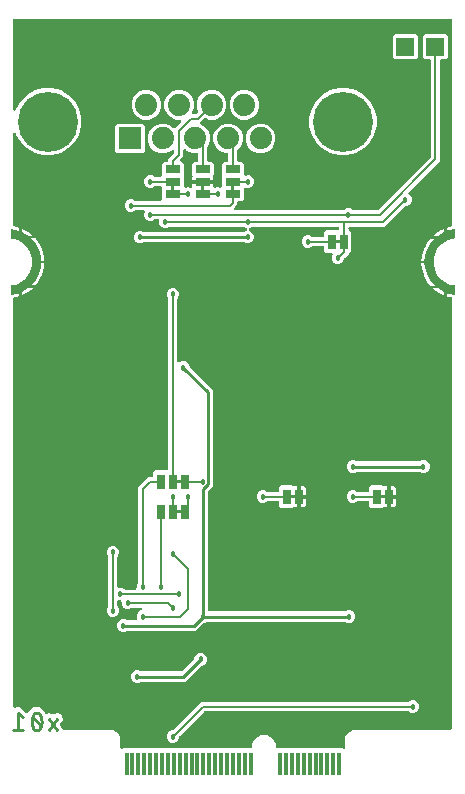
<source format=gbl>
G04 EAGLE Gerber RS-274X export*
G75*
%MOMM*%
%FSLAX34Y34*%
%LPD*%
%INBottom Copper*%
%IPPOS*%
%AMOC8*
5,1,8,0,0,1.08239X$1,22.5*%
G01*
%ADD10C,0.279400*%
%ADD11R,0.350000X1.950000*%
%ADD12C,0.609600*%
%ADD13C,0.203200*%
%ADD14R,1.879600X1.879600*%
%ADD15C,1.879600*%
%ADD16C,5.080000*%
%ADD17R,1.524000X1.524000*%
%ADD18R,0.660400X1.270000*%
%ADD19R,1.270000X0.660400*%
%ADD20C,0.457200*%
%ADD21C,0.254000*%
%ADD22C,0.152400*%

G36*
X284514Y27685D02*
X284514Y27685D01*
X284653Y27694D01*
X284672Y27700D01*
X284692Y27702D01*
X284824Y27749D01*
X284955Y27792D01*
X284972Y27802D01*
X284992Y27809D01*
X285107Y27888D01*
X285224Y27962D01*
X285238Y27977D01*
X285255Y27988D01*
X285347Y28092D01*
X285442Y28193D01*
X285452Y28211D01*
X285465Y28226D01*
X285529Y28350D01*
X285596Y28472D01*
X285601Y28491D01*
X285610Y28510D01*
X285640Y28646D01*
X285675Y28780D01*
X285677Y28808D01*
X285680Y28820D01*
X285679Y28840D01*
X285685Y28941D01*
X285685Y32848D01*
X285674Y32935D01*
X285673Y33022D01*
X285654Y33092D01*
X285650Y33127D01*
X285685Y35026D01*
X285684Y35033D01*
X285685Y35049D01*
X285685Y36958D01*
X285689Y36982D01*
X285712Y37066D01*
X285723Y37196D01*
X285725Y37209D01*
X285725Y37215D01*
X285726Y37227D01*
X285729Y37388D01*
X287998Y41420D01*
X291909Y43894D01*
X292227Y43916D01*
X292281Y43927D01*
X292336Y43928D01*
X292436Y43957D01*
X292539Y43978D01*
X292589Y44001D01*
X292642Y44017D01*
X292723Y44065D01*
X294314Y44065D01*
X294335Y44067D01*
X294403Y44068D01*
X295983Y44178D01*
X296026Y44154D01*
X296127Y44128D01*
X296226Y44094D01*
X296281Y44089D01*
X296334Y44075D01*
X296495Y44065D01*
X375166Y44065D01*
X375284Y44080D01*
X375403Y44087D01*
X375441Y44100D01*
X375482Y44105D01*
X375592Y44148D01*
X375705Y44185D01*
X375740Y44207D01*
X375777Y44222D01*
X375873Y44291D01*
X375974Y44355D01*
X376002Y44385D01*
X376035Y44408D01*
X376111Y44500D01*
X376192Y44587D01*
X376212Y44622D01*
X376237Y44653D01*
X376288Y44761D01*
X376346Y44865D01*
X376356Y44905D01*
X376373Y44941D01*
X376395Y45058D01*
X376425Y45173D01*
X376429Y45233D01*
X376433Y45253D01*
X376431Y45274D01*
X376435Y45334D01*
X376435Y408782D01*
X376416Y408931D01*
X376400Y409079D01*
X376397Y409088D01*
X376395Y409097D01*
X376340Y409236D01*
X376287Y409376D01*
X376282Y409384D01*
X376278Y409393D01*
X376190Y409514D01*
X376104Y409636D01*
X376097Y409642D01*
X376092Y409650D01*
X375976Y409746D01*
X375862Y409843D01*
X375854Y409847D01*
X375847Y409853D01*
X375712Y409917D01*
X375577Y409983D01*
X375564Y409986D01*
X375559Y409989D01*
X375546Y409991D01*
X375421Y410025D01*
X372992Y410524D01*
X371769Y410913D01*
X371769Y413662D01*
X373911Y412957D01*
X373921Y412956D01*
X373947Y412948D01*
X377958Y412254D01*
X377996Y412259D01*
X378033Y412253D01*
X378064Y412266D01*
X378096Y412270D01*
X378126Y412294D01*
X378161Y412310D01*
X378179Y412337D01*
X378205Y412358D01*
X378217Y412395D01*
X378238Y412427D01*
X378247Y412484D01*
X378249Y412491D01*
X378248Y412494D01*
X378249Y412500D01*
X378249Y420000D01*
X378247Y420009D01*
X378247Y420011D01*
X378244Y420017D01*
X378230Y420065D01*
X378211Y420132D01*
X378210Y420133D01*
X378210Y420134D01*
X378158Y420180D01*
X378107Y420225D01*
X378106Y420226D01*
X378105Y420226D01*
X378102Y420227D01*
X378036Y420247D01*
X375138Y420670D01*
X372360Y421536D01*
X369752Y422826D01*
X367378Y424508D01*
X365296Y426540D01*
X363558Y428873D01*
X362206Y431450D01*
X361274Y434206D01*
X360784Y437074D01*
X360749Y440000D01*
X360784Y442926D01*
X361274Y445794D01*
X362206Y448550D01*
X363558Y451127D01*
X365296Y453460D01*
X367378Y455492D01*
X369752Y457174D01*
X372360Y458464D01*
X375138Y459330D01*
X378036Y459753D01*
X378097Y459781D01*
X378161Y459810D01*
X378162Y459811D01*
X378163Y459812D01*
X378200Y459869D01*
X378238Y459927D01*
X378238Y459928D01*
X378239Y459929D01*
X378239Y459932D01*
X378249Y460000D01*
X378249Y467500D01*
X378238Y467538D01*
X378237Y467577D01*
X378219Y467603D01*
X378210Y467634D01*
X378181Y467660D01*
X378159Y467692D01*
X378129Y467705D01*
X378105Y467726D01*
X378066Y467732D01*
X378030Y467747D01*
X377974Y467746D01*
X377967Y467747D01*
X377963Y467746D01*
X377956Y467745D01*
X373958Y467025D01*
X373949Y467021D01*
X373923Y467016D01*
X371769Y466294D01*
X371769Y469047D01*
X372990Y469443D01*
X375430Y469961D01*
X375567Y470009D01*
X375705Y470054D01*
X375717Y470061D01*
X375730Y470066D01*
X375851Y470146D01*
X375974Y470224D01*
X375984Y470234D01*
X375995Y470242D01*
X376092Y470349D01*
X376192Y470456D01*
X376199Y470468D01*
X376208Y470478D01*
X376275Y470607D01*
X376346Y470734D01*
X376349Y470747D01*
X376355Y470760D01*
X376389Y470902D01*
X376425Y471042D01*
X376426Y471061D01*
X376428Y471069D01*
X376428Y471087D01*
X376435Y471203D01*
X376435Y644666D01*
X376420Y644784D01*
X376413Y644903D01*
X376400Y644941D01*
X376395Y644982D01*
X376352Y645092D01*
X376315Y645205D01*
X376293Y645240D01*
X376278Y645277D01*
X376209Y645373D01*
X376145Y645474D01*
X376115Y645502D01*
X376092Y645535D01*
X376000Y645611D01*
X375913Y645692D01*
X375878Y645712D01*
X375847Y645737D01*
X375739Y645788D01*
X375635Y645846D01*
X375595Y645856D01*
X375559Y645873D01*
X375442Y645895D01*
X375327Y645925D01*
X375267Y645929D01*
X375247Y645933D01*
X375226Y645931D01*
X375166Y645935D01*
X5834Y645935D01*
X5716Y645920D01*
X5597Y645913D01*
X5559Y645900D01*
X5518Y645895D01*
X5408Y645852D01*
X5295Y645815D01*
X5260Y645793D01*
X5223Y645778D01*
X5127Y645709D01*
X5026Y645645D01*
X4998Y645615D01*
X4965Y645592D01*
X4889Y645500D01*
X4808Y645413D01*
X4788Y645378D01*
X4763Y645347D01*
X4712Y645239D01*
X4654Y645135D01*
X4644Y645095D01*
X4627Y645059D01*
X4605Y644942D01*
X4575Y644827D01*
X4571Y644767D01*
X4567Y644747D01*
X4569Y644726D01*
X4565Y644666D01*
X4565Y569437D01*
X4584Y569286D01*
X4601Y569135D01*
X4604Y569129D01*
X4605Y569122D01*
X4660Y568981D01*
X4715Y568838D01*
X4719Y568832D01*
X4722Y568826D01*
X4811Y568703D01*
X4899Y568579D01*
X4904Y568574D01*
X4908Y568569D01*
X5027Y568471D01*
X5142Y568373D01*
X5148Y568370D01*
X5153Y568366D01*
X5291Y568301D01*
X5428Y568235D01*
X5435Y568233D01*
X5441Y568231D01*
X5589Y568202D01*
X5740Y568172D01*
X5747Y568172D01*
X5753Y568171D01*
X5905Y568180D01*
X6058Y568188D01*
X6064Y568190D01*
X6071Y568191D01*
X6216Y568238D01*
X6361Y568283D01*
X6367Y568286D01*
X6373Y568289D01*
X6502Y568370D01*
X6632Y568450D01*
X6636Y568455D01*
X6642Y568459D01*
X6746Y568569D01*
X6852Y568680D01*
X6855Y568685D01*
X6860Y568690D01*
X6933Y568823D01*
X7009Y568956D01*
X7011Y568965D01*
X7014Y568969D01*
X7016Y568979D01*
X7060Y569109D01*
X7240Y569781D01*
X10985Y576268D01*
X16282Y581565D01*
X22769Y585310D01*
X30005Y587249D01*
X37495Y587249D01*
X44731Y585310D01*
X51218Y581565D01*
X56515Y576268D01*
X60260Y569781D01*
X62199Y562545D01*
X62199Y555055D01*
X60260Y547819D01*
X56515Y541332D01*
X51218Y536035D01*
X44731Y532290D01*
X37495Y530351D01*
X30005Y530351D01*
X22769Y532290D01*
X16282Y536035D01*
X10985Y541332D01*
X7240Y547819D01*
X7060Y548491D01*
X7003Y548631D01*
X6946Y548774D01*
X6942Y548779D01*
X6940Y548785D01*
X6849Y548908D01*
X6760Y549031D01*
X6754Y549035D01*
X6750Y549041D01*
X6632Y549137D01*
X6515Y549234D01*
X6508Y549237D01*
X6503Y549241D01*
X6364Y549305D01*
X6227Y549369D01*
X6220Y549371D01*
X6214Y549374D01*
X6063Y549401D01*
X5914Y549429D01*
X5908Y549429D01*
X5901Y549430D01*
X5749Y549419D01*
X5597Y549409D01*
X5591Y549407D01*
X5584Y549407D01*
X5439Y549358D01*
X5295Y549311D01*
X5289Y549308D01*
X5282Y549306D01*
X5155Y549223D01*
X5026Y549141D01*
X5021Y549136D01*
X5016Y549133D01*
X4913Y549021D01*
X4808Y548910D01*
X4805Y548904D01*
X4800Y548899D01*
X4728Y548765D01*
X4654Y548631D01*
X4653Y548625D01*
X4650Y548619D01*
X4613Y548470D01*
X4575Y548323D01*
X4574Y548314D01*
X4573Y548310D01*
X4573Y548299D01*
X4565Y548163D01*
X4565Y471218D01*
X4584Y471069D01*
X4600Y470921D01*
X4603Y470912D01*
X4605Y470903D01*
X4660Y470763D01*
X4713Y470624D01*
X4718Y470616D01*
X4722Y470607D01*
X4810Y470486D01*
X4896Y470364D01*
X4903Y470358D01*
X4908Y470350D01*
X5024Y470254D01*
X5138Y470157D01*
X5146Y470153D01*
X5153Y470147D01*
X5289Y470083D01*
X5423Y470017D01*
X5436Y470014D01*
X5441Y470011D01*
X5455Y470009D01*
X5578Y469975D01*
X7214Y469639D01*
X8008Y469476D01*
X9231Y469087D01*
X9231Y466338D01*
X7089Y467044D01*
X7079Y467044D01*
X7053Y467052D01*
X3042Y467746D01*
X3004Y467741D01*
X2967Y467747D01*
X2936Y467734D01*
X2904Y467730D01*
X2874Y467706D01*
X2839Y467690D01*
X2821Y467663D01*
X2795Y467642D01*
X2783Y467605D01*
X2762Y467574D01*
X2753Y467516D01*
X2751Y467509D01*
X2752Y467506D01*
X2751Y467500D01*
X2751Y460000D01*
X2770Y459935D01*
X2789Y459868D01*
X2790Y459867D01*
X2790Y459866D01*
X2843Y459820D01*
X2893Y459775D01*
X2895Y459774D01*
X2898Y459773D01*
X2964Y459753D01*
X5862Y459330D01*
X8640Y458464D01*
X11248Y457174D01*
X13622Y455492D01*
X15704Y453460D01*
X17442Y451127D01*
X18794Y448550D01*
X19726Y445794D01*
X20216Y442926D01*
X20251Y440000D01*
X20216Y437074D01*
X19726Y434206D01*
X18794Y431450D01*
X17442Y428873D01*
X15704Y426540D01*
X13622Y424508D01*
X11248Y422826D01*
X8640Y421536D01*
X5862Y420670D01*
X2964Y420247D01*
X2903Y420219D01*
X2839Y420190D01*
X2838Y420189D01*
X2837Y420188D01*
X2800Y420131D01*
X2762Y420074D01*
X2762Y420072D01*
X2761Y420071D01*
X2761Y420068D01*
X2751Y420000D01*
X2751Y412500D01*
X2762Y412462D01*
X2763Y412423D01*
X2781Y412397D01*
X2790Y412366D01*
X2819Y412340D01*
X2841Y412308D01*
X2871Y412295D01*
X2895Y412274D01*
X2934Y412268D01*
X2970Y412253D01*
X3026Y412254D01*
X3033Y412253D01*
X3037Y412254D01*
X3044Y412255D01*
X7042Y412975D01*
X7051Y412979D01*
X7077Y412984D01*
X9231Y413706D01*
X9231Y410952D01*
X8010Y410557D01*
X5570Y410039D01*
X5433Y409991D01*
X5295Y409946D01*
X5283Y409939D01*
X5270Y409934D01*
X5149Y409854D01*
X5026Y409776D01*
X5016Y409766D01*
X5005Y409758D01*
X4907Y409650D01*
X4808Y409544D01*
X4801Y409532D01*
X4792Y409522D01*
X4724Y409393D01*
X4654Y409266D01*
X4651Y409253D01*
X4645Y409240D01*
X4611Y409098D01*
X4575Y408958D01*
X4574Y408939D01*
X4572Y408931D01*
X4572Y408913D01*
X4565Y408797D01*
X4565Y63719D01*
X4569Y63689D01*
X4566Y63659D01*
X4588Y63532D01*
X4605Y63403D01*
X4616Y63375D01*
X4621Y63346D01*
X4674Y63228D01*
X4722Y63108D01*
X4739Y63083D01*
X4752Y63056D01*
X4833Y62955D01*
X4908Y62850D01*
X4932Y62831D01*
X4950Y62808D01*
X5054Y62730D01*
X5153Y62647D01*
X5181Y62635D01*
X5205Y62617D01*
X5324Y62567D01*
X5441Y62512D01*
X5471Y62506D01*
X5498Y62495D01*
X5627Y62476D01*
X5753Y62452D01*
X5783Y62454D01*
X5813Y62450D01*
X5974Y62457D01*
X6270Y62490D01*
X6298Y62497D01*
X6327Y62498D01*
X6452Y62534D01*
X6579Y62565D01*
X6605Y62578D01*
X6633Y62586D01*
X6745Y62652D01*
X6860Y62714D01*
X6882Y62733D01*
X6891Y62739D01*
X8437Y62739D01*
X8451Y62741D01*
X8577Y62746D01*
X10126Y62919D01*
X10237Y62851D01*
X10264Y62842D01*
X10290Y62828D01*
X10416Y62796D01*
X10541Y62758D01*
X10569Y62756D01*
X10580Y62753D01*
X11673Y61660D01*
X11685Y61651D01*
X11778Y61567D01*
X15729Y58406D01*
X15745Y58396D01*
X15758Y58383D01*
X15765Y58380D01*
X15768Y58376D01*
X15826Y58344D01*
X15880Y58313D01*
X16000Y58240D01*
X16018Y58235D01*
X16034Y58225D01*
X16170Y58188D01*
X16304Y58147D01*
X16323Y58146D01*
X16341Y58141D01*
X16413Y58140D01*
X16515Y58133D01*
X16523Y58133D01*
X16543Y58136D01*
X16622Y58132D01*
X16640Y58136D01*
X16659Y58136D01*
X16791Y58167D01*
X16839Y58173D01*
X16860Y58181D01*
X16933Y58197D01*
X16950Y58205D01*
X16968Y58209D01*
X17083Y58270D01*
X17134Y58290D01*
X17157Y58306D01*
X17218Y58337D01*
X17233Y58349D01*
X17250Y58358D01*
X17338Y58438D01*
X17392Y58477D01*
X17414Y58503D01*
X17460Y58543D01*
X17471Y58559D01*
X17485Y58571D01*
X17545Y58662D01*
X17595Y58722D01*
X17612Y58759D01*
X17643Y58803D01*
X17650Y58821D01*
X17660Y58837D01*
X17722Y58986D01*
X18048Y59935D01*
X21973Y62739D01*
X26797Y62739D01*
X30722Y59935D01*
X31368Y58052D01*
X31422Y57941D01*
X31470Y57828D01*
X31492Y57799D01*
X31508Y57766D01*
X31588Y57673D01*
X31662Y57574D01*
X31691Y57552D01*
X31714Y57524D01*
X31815Y57454D01*
X31912Y57377D01*
X31945Y57362D01*
X31974Y57342D01*
X32090Y57298D01*
X32202Y57248D01*
X32238Y57242D01*
X32272Y57229D01*
X32394Y57216D01*
X32516Y57195D01*
X32552Y57198D01*
X32588Y57194D01*
X32710Y57212D01*
X32833Y57222D01*
X32867Y57234D01*
X32903Y57239D01*
X33017Y57286D01*
X33133Y57327D01*
X33179Y57353D01*
X33197Y57361D01*
X33214Y57373D01*
X33272Y57407D01*
X34189Y58018D01*
X38204Y57215D01*
X38214Y57214D01*
X38225Y57211D01*
X38373Y57203D01*
X38521Y57192D01*
X38532Y57194D01*
X38542Y57194D01*
X38702Y57215D01*
X42717Y58018D01*
X45781Y55975D01*
X46504Y52364D01*
X44265Y49006D01*
X44253Y48981D01*
X44235Y48959D01*
X44182Y48839D01*
X44123Y48722D01*
X44117Y48694D01*
X44106Y48668D01*
X44084Y48539D01*
X44057Y48411D01*
X44058Y48383D01*
X44053Y48355D01*
X44064Y48224D01*
X44069Y48093D01*
X44078Y48066D01*
X44080Y48038D01*
X44123Y47914D01*
X44161Y47788D01*
X44175Y47764D01*
X44185Y47738D01*
X44265Y47598D01*
X46244Y44630D01*
X46287Y44581D01*
X46321Y44526D01*
X46390Y44461D01*
X46452Y44390D01*
X46506Y44353D01*
X46553Y44308D01*
X46636Y44262D01*
X46714Y44208D01*
X46775Y44186D01*
X46832Y44154D01*
X46923Y44131D01*
X47012Y44098D01*
X47077Y44091D01*
X47140Y44075D01*
X47300Y44065D01*
X84535Y44065D01*
X84584Y44071D01*
X84632Y44068D01*
X84741Y44091D01*
X84851Y44105D01*
X84896Y44122D01*
X84944Y44132D01*
X85043Y44181D01*
X85071Y44192D01*
X86611Y44069D01*
X86633Y44070D01*
X86712Y44065D01*
X88245Y44065D01*
X88281Y44049D01*
X88322Y44022D01*
X88426Y43986D01*
X88528Y43942D01*
X88576Y43935D01*
X88622Y43919D01*
X88782Y43896D01*
X89111Y43869D01*
X92983Y41403D01*
X95248Y37410D01*
X95253Y37236D01*
X95266Y37155D01*
X95268Y37074D01*
X95290Y36999D01*
X95302Y36921D01*
X95315Y36891D01*
X95315Y35076D01*
X95316Y35065D01*
X95315Y35040D01*
X95367Y33226D01*
X95356Y33198D01*
X95345Y33118D01*
X95325Y33039D01*
X95315Y32887D01*
X95315Y32883D01*
X95315Y32881D01*
X95315Y32878D01*
X95315Y28941D01*
X95332Y28803D01*
X95345Y28664D01*
X95352Y28645D01*
X95355Y28625D01*
X95406Y28496D01*
X95453Y28365D01*
X95464Y28348D01*
X95472Y28329D01*
X95553Y28217D01*
X95631Y28102D01*
X95647Y28088D01*
X95658Y28072D01*
X95766Y27983D01*
X95870Y27891D01*
X95888Y27882D01*
X95903Y27869D01*
X96029Y27810D01*
X96153Y27747D01*
X96173Y27742D01*
X96191Y27734D01*
X96327Y27708D01*
X96463Y27677D01*
X96484Y27678D01*
X96503Y27674D01*
X96642Y27682D01*
X96781Y27687D01*
X96801Y27692D01*
X96821Y27694D01*
X96953Y27736D01*
X97087Y27775D01*
X97104Y27785D01*
X97123Y27792D01*
X97241Y27866D01*
X97361Y27937D01*
X97382Y27955D01*
X97392Y27962D01*
X97406Y27977D01*
X97482Y28043D01*
X97487Y28049D01*
X205416Y28049D01*
X205534Y28064D01*
X205653Y28071D01*
X205691Y28084D01*
X205732Y28089D01*
X205842Y28132D01*
X205955Y28169D01*
X205990Y28191D01*
X206027Y28206D01*
X206123Y28275D01*
X206224Y28339D01*
X206252Y28369D01*
X206285Y28392D01*
X206361Y28484D01*
X206442Y28571D01*
X206462Y28606D01*
X206487Y28637D01*
X206538Y28745D01*
X206596Y28849D01*
X206606Y28889D01*
X206623Y28925D01*
X206645Y29042D01*
X206675Y29157D01*
X206679Y29217D01*
X206683Y29237D01*
X206681Y29258D01*
X206685Y29318D01*
X206685Y31697D01*
X209382Y36368D01*
X214053Y39065D01*
X219447Y39065D01*
X224118Y36368D01*
X226815Y31697D01*
X226815Y29318D01*
X226830Y29200D01*
X226837Y29081D01*
X226850Y29043D01*
X226855Y29002D01*
X226898Y28892D01*
X226935Y28779D01*
X226957Y28744D01*
X226972Y28707D01*
X227041Y28611D01*
X227105Y28510D01*
X227135Y28482D01*
X227158Y28449D01*
X227250Y28373D01*
X227337Y28292D01*
X227372Y28272D01*
X227403Y28247D01*
X227511Y28196D01*
X227615Y28138D01*
X227655Y28128D01*
X227691Y28111D01*
X227808Y28089D01*
X227923Y28059D01*
X227983Y28055D01*
X228003Y28051D01*
X228024Y28053D01*
X228084Y28049D01*
X283513Y28049D01*
X283518Y28043D01*
X283628Y27958D01*
X283735Y27869D01*
X283754Y27861D01*
X283770Y27848D01*
X283897Y27793D01*
X284023Y27734D01*
X284043Y27730D01*
X284062Y27722D01*
X284199Y27700D01*
X284336Y27674D01*
X284356Y27675D01*
X284376Y27672D01*
X284514Y27685D01*
G37*
%LPC*%
G36*
X96729Y126745D02*
X96729Y126745D01*
X94768Y127557D01*
X93267Y129058D01*
X92455Y131019D01*
X92455Y133141D01*
X93267Y135102D01*
X94768Y136603D01*
X96729Y137415D01*
X98851Y137415D01*
X101029Y136513D01*
X101073Y136488D01*
X101131Y136473D01*
X101187Y136449D01*
X101285Y136434D01*
X101381Y136409D01*
X101481Y136403D01*
X101501Y136399D01*
X101513Y136401D01*
X101541Y136399D01*
X107994Y136399D01*
X108043Y136405D01*
X108093Y136403D01*
X108200Y136425D01*
X108309Y136439D01*
X108355Y136457D01*
X108404Y136467D01*
X108503Y136515D01*
X108605Y136556D01*
X108645Y136585D01*
X108690Y136607D01*
X108773Y136678D01*
X108862Y136742D01*
X108894Y136781D01*
X108932Y136813D01*
X108995Y136903D01*
X109065Y136987D01*
X109086Y137032D01*
X109115Y137073D01*
X109154Y137176D01*
X109201Y137275D01*
X109210Y137324D01*
X109227Y137370D01*
X109240Y137480D01*
X109260Y137587D01*
X109257Y137637D01*
X109263Y137686D01*
X109247Y137795D01*
X109241Y137905D01*
X109225Y137952D01*
X109218Y138001D01*
X109166Y138154D01*
X108965Y138639D01*
X108965Y140761D01*
X109777Y142722D01*
X111278Y144223D01*
X112859Y144877D01*
X112920Y144912D01*
X112985Y144938D01*
X113057Y144990D01*
X113135Y145035D01*
X113185Y145083D01*
X113242Y145124D01*
X113299Y145194D01*
X113364Y145256D01*
X113400Y145316D01*
X113445Y145369D01*
X113483Y145451D01*
X113530Y145527D01*
X113550Y145594D01*
X113580Y145657D01*
X113597Y145745D01*
X113624Y145831D01*
X113627Y145901D01*
X113640Y145970D01*
X113634Y146059D01*
X113639Y146149D01*
X113625Y146217D01*
X113620Y146287D01*
X113593Y146372D01*
X113574Y146460D01*
X113544Y146523D01*
X113522Y146589D01*
X113474Y146665D01*
X113435Y146746D01*
X113389Y146799D01*
X113352Y146858D01*
X113287Y146920D01*
X113228Y146988D01*
X113171Y147028D01*
X113120Y147076D01*
X113042Y147119D01*
X112968Y147171D01*
X112903Y147196D01*
X112842Y147230D01*
X112755Y147252D01*
X112671Y147284D01*
X112601Y147292D01*
X112534Y147309D01*
X112373Y147319D01*
X105859Y147319D01*
X105761Y147307D01*
X105662Y147304D01*
X105604Y147287D01*
X105544Y147279D01*
X105452Y147243D01*
X105357Y147215D01*
X105304Y147185D01*
X105248Y147162D01*
X105168Y147104D01*
X105083Y147054D01*
X105007Y146988D01*
X104991Y146976D01*
X104983Y146966D01*
X104962Y146947D01*
X104622Y146607D01*
X102661Y145795D01*
X100539Y145795D01*
X98578Y146607D01*
X97077Y148108D01*
X96265Y150069D01*
X96265Y152146D01*
X96250Y152264D01*
X96243Y152383D01*
X96230Y152421D01*
X96225Y152462D01*
X96182Y152572D01*
X96145Y152685D01*
X96123Y152720D01*
X96108Y152757D01*
X96039Y152853D01*
X95975Y152954D01*
X95945Y152982D01*
X95922Y153015D01*
X95830Y153091D01*
X95743Y153172D01*
X95708Y153192D01*
X95677Y153217D01*
X95569Y153268D01*
X95465Y153326D01*
X95425Y153336D01*
X95389Y153353D01*
X95272Y153375D01*
X95157Y153405D01*
X95097Y153409D01*
X95077Y153413D01*
X95056Y153411D01*
X94996Y153415D01*
X93980Y153415D01*
X93862Y153400D01*
X93743Y153393D01*
X93705Y153380D01*
X93664Y153375D01*
X93554Y153332D01*
X93441Y153295D01*
X93406Y153273D01*
X93369Y153258D01*
X93273Y153189D01*
X93172Y153125D01*
X93144Y153095D01*
X93111Y153072D01*
X93035Y152980D01*
X92954Y152893D01*
X92934Y152858D01*
X92909Y152827D01*
X92858Y152719D01*
X92800Y152615D01*
X92790Y152575D01*
X92773Y152539D01*
X92751Y152422D01*
X92721Y152307D01*
X92717Y152247D01*
X92713Y152227D01*
X92715Y152206D01*
X92711Y152146D01*
X92711Y149039D01*
X92723Y148941D01*
X92726Y148842D01*
X92743Y148784D01*
X92751Y148724D01*
X92787Y148632D01*
X92815Y148537D01*
X92845Y148485D01*
X92868Y148428D01*
X92926Y148348D01*
X92976Y148263D01*
X93042Y148187D01*
X93054Y148171D01*
X93064Y148163D01*
X93082Y148142D01*
X93423Y147802D01*
X94235Y145841D01*
X94235Y143719D01*
X93423Y141758D01*
X91922Y140257D01*
X89961Y139445D01*
X87839Y139445D01*
X85878Y140257D01*
X84377Y141758D01*
X83565Y143719D01*
X83565Y145841D01*
X84377Y147802D01*
X84718Y148142D01*
X84778Y148220D01*
X84846Y148292D01*
X84875Y148345D01*
X84912Y148393D01*
X84952Y148484D01*
X85000Y148571D01*
X85015Y148629D01*
X85039Y148685D01*
X85054Y148783D01*
X85079Y148879D01*
X85085Y148979D01*
X85089Y148999D01*
X85087Y149011D01*
X85089Y149039D01*
X85089Y190051D01*
X85077Y190149D01*
X85074Y190248D01*
X85057Y190306D01*
X85049Y190366D01*
X85013Y190458D01*
X84985Y190553D01*
X84955Y190605D01*
X84932Y190662D01*
X84874Y190742D01*
X84824Y190827D01*
X84758Y190903D01*
X84746Y190919D01*
X84736Y190927D01*
X84718Y190948D01*
X84377Y191288D01*
X83565Y193249D01*
X83565Y195371D01*
X84377Y197332D01*
X85878Y198833D01*
X87839Y199645D01*
X89961Y199645D01*
X91922Y198833D01*
X93423Y197332D01*
X94235Y195371D01*
X94235Y193249D01*
X93423Y191288D01*
X93082Y190948D01*
X93022Y190870D01*
X92954Y190798D01*
X92925Y190745D01*
X92888Y190697D01*
X92848Y190606D01*
X92800Y190519D01*
X92785Y190461D01*
X92761Y190405D01*
X92746Y190307D01*
X92721Y190211D01*
X92715Y190111D01*
X92711Y190091D01*
X92713Y190079D01*
X92711Y190051D01*
X92711Y165354D01*
X92726Y165236D01*
X92733Y165117D01*
X92746Y165079D01*
X92751Y165038D01*
X92794Y164928D01*
X92831Y164815D01*
X92853Y164780D01*
X92868Y164743D01*
X92937Y164647D01*
X93001Y164546D01*
X93031Y164518D01*
X93054Y164485D01*
X93146Y164409D01*
X93233Y164328D01*
X93268Y164308D01*
X93299Y164283D01*
X93407Y164232D01*
X93511Y164174D01*
X93551Y164164D01*
X93587Y164147D01*
X93704Y164125D01*
X93819Y164095D01*
X93879Y164091D01*
X93899Y164087D01*
X93920Y164089D01*
X93980Y164085D01*
X96311Y164085D01*
X98272Y163273D01*
X98612Y162932D01*
X98690Y162872D01*
X98762Y162804D01*
X98815Y162775D01*
X98863Y162738D01*
X98954Y162698D01*
X99041Y162650D01*
X99099Y162635D01*
X99155Y162611D01*
X99253Y162596D01*
X99349Y162571D01*
X99449Y162565D01*
X99469Y162561D01*
X99481Y162563D01*
X99509Y162561D01*
X107696Y162561D01*
X107814Y162576D01*
X107933Y162583D01*
X107971Y162596D01*
X108012Y162601D01*
X108122Y162644D01*
X108235Y162681D01*
X108270Y162703D01*
X108307Y162718D01*
X108403Y162787D01*
X108504Y162851D01*
X108532Y162881D01*
X108565Y162904D01*
X108641Y162996D01*
X108722Y163083D01*
X108742Y163118D01*
X108767Y163149D01*
X108818Y163257D01*
X108876Y163361D01*
X108886Y163401D01*
X108903Y163437D01*
X108925Y163554D01*
X108955Y163669D01*
X108959Y163729D01*
X108963Y163749D01*
X108961Y163770D01*
X108965Y163830D01*
X108965Y166161D01*
X109777Y168122D01*
X110118Y168462D01*
X110178Y168540D01*
X110246Y168612D01*
X110275Y168665D01*
X110312Y168713D01*
X110352Y168804D01*
X110400Y168891D01*
X110415Y168949D01*
X110439Y169005D01*
X110454Y169103D01*
X110479Y169199D01*
X110485Y169299D01*
X110489Y169319D01*
X110487Y169331D01*
X110489Y169359D01*
X110489Y249228D01*
X119072Y257811D01*
X121666Y257811D01*
X121784Y257826D01*
X121903Y257833D01*
X121941Y257846D01*
X121982Y257851D01*
X122092Y257894D01*
X122205Y257931D01*
X122240Y257953D01*
X122277Y257968D01*
X122373Y258037D01*
X122474Y258101D01*
X122502Y258131D01*
X122535Y258154D01*
X122611Y258246D01*
X122692Y258333D01*
X122712Y258368D01*
X122737Y258399D01*
X122788Y258507D01*
X122846Y258611D01*
X122856Y258651D01*
X122873Y258687D01*
X122895Y258804D01*
X122925Y258919D01*
X122929Y258979D01*
X122933Y258999D01*
X122931Y259020D01*
X122935Y259080D01*
X122935Y261613D01*
X124721Y263399D01*
X133982Y263399D01*
X134062Y263358D01*
X134101Y263349D01*
X134138Y263333D01*
X134256Y263314D01*
X134372Y263288D01*
X134413Y263289D01*
X134453Y263283D01*
X134571Y263294D01*
X134690Y263298D01*
X134729Y263309D01*
X134769Y263313D01*
X134881Y263353D01*
X134996Y263386D01*
X135030Y263407D01*
X135068Y263420D01*
X135167Y263487D01*
X135270Y263548D01*
X135315Y263587D01*
X135332Y263599D01*
X135345Y263614D01*
X135390Y263654D01*
X135421Y263685D01*
X135428Y263689D01*
X135456Y263719D01*
X135489Y263742D01*
X135565Y263834D01*
X135646Y263921D01*
X135666Y263956D01*
X135691Y263987D01*
X135742Y264095D01*
X135800Y264199D01*
X135810Y264239D01*
X135827Y264275D01*
X135849Y264392D01*
X135879Y264507D01*
X135883Y264567D01*
X135887Y264587D01*
X135885Y264608D01*
X135889Y264668D01*
X135889Y408491D01*
X135877Y408589D01*
X135874Y408688D01*
X135857Y408746D01*
X135849Y408806D01*
X135813Y408898D01*
X135785Y408993D01*
X135755Y409045D01*
X135732Y409102D01*
X135674Y409182D01*
X135624Y409267D01*
X135558Y409343D01*
X135546Y409359D01*
X135536Y409367D01*
X135518Y409388D01*
X135177Y409728D01*
X134365Y411689D01*
X134365Y413811D01*
X135177Y415772D01*
X136678Y417273D01*
X138639Y418085D01*
X140761Y418085D01*
X142722Y417273D01*
X144223Y415772D01*
X145035Y413811D01*
X145035Y411689D01*
X144223Y409728D01*
X143882Y409388D01*
X143822Y409310D01*
X143754Y409238D01*
X143725Y409185D01*
X143688Y409137D01*
X143648Y409046D01*
X143600Y408959D01*
X143585Y408901D01*
X143561Y408845D01*
X143546Y408747D01*
X143521Y408651D01*
X143515Y408551D01*
X143511Y408531D01*
X143513Y408519D01*
X143511Y408491D01*
X143511Y356049D01*
X143528Y355912D01*
X143541Y355773D01*
X143548Y355754D01*
X143551Y355734D01*
X143602Y355605D01*
X143649Y355474D01*
X143660Y355457D01*
X143668Y355438D01*
X143749Y355325D01*
X143828Y355210D01*
X143843Y355197D01*
X143854Y355181D01*
X143962Y355092D01*
X144066Y355000D01*
X144084Y354991D01*
X144099Y354978D01*
X144225Y354919D01*
X144349Y354855D01*
X144369Y354851D01*
X144387Y354842D01*
X144523Y354816D01*
X144660Y354786D01*
X144680Y354786D01*
X144699Y354783D01*
X144838Y354791D01*
X144977Y354796D01*
X144997Y354801D01*
X145017Y354802D01*
X145149Y354845D01*
X145283Y354884D01*
X145300Y354894D01*
X145319Y354900D01*
X145437Y354975D01*
X145513Y355020D01*
X147529Y355855D01*
X149651Y355855D01*
X151612Y355043D01*
X153113Y353542D01*
X154014Y351365D01*
X154029Y351316D01*
X154059Y351264D01*
X154082Y351207D01*
X154140Y351127D01*
X154190Y351042D01*
X154256Y350967D01*
X154268Y350950D01*
X154278Y350942D01*
X154296Y350921D01*
X173991Y331227D01*
X173991Y250317D01*
X169790Y246117D01*
X169730Y246039D01*
X169662Y245967D01*
X169633Y245914D01*
X169596Y245866D01*
X169556Y245775D01*
X169508Y245688D01*
X169493Y245630D01*
X169469Y245574D01*
X169454Y245476D01*
X169429Y245380D01*
X169423Y245280D01*
X169419Y245260D01*
X169421Y245248D01*
X169419Y245220D01*
X169419Y145288D01*
X169434Y145170D01*
X169441Y145051D01*
X169454Y145013D01*
X169459Y144972D01*
X169502Y144862D01*
X169539Y144749D01*
X169561Y144714D01*
X169576Y144677D01*
X169645Y144581D01*
X169709Y144480D01*
X169739Y144452D01*
X169762Y144419D01*
X169854Y144343D01*
X169941Y144262D01*
X169976Y144242D01*
X170007Y144217D01*
X170115Y144166D01*
X170219Y144108D01*
X170259Y144098D01*
X170295Y144081D01*
X170412Y144059D01*
X170527Y144029D01*
X170587Y144025D01*
X170607Y144021D01*
X170628Y144023D01*
X170688Y144019D01*
X285149Y144019D01*
X285247Y144031D01*
X285346Y144034D01*
X285404Y144051D01*
X285464Y144059D01*
X285556Y144095D01*
X285651Y144123D01*
X285686Y144143D01*
X287839Y145035D01*
X289961Y145035D01*
X291922Y144223D01*
X293423Y142722D01*
X294235Y140761D01*
X294235Y138639D01*
X293423Y136678D01*
X291922Y135177D01*
X289961Y134365D01*
X287839Y134365D01*
X285661Y135267D01*
X285617Y135292D01*
X285559Y135307D01*
X285503Y135331D01*
X285405Y135346D01*
X285309Y135371D01*
X285209Y135377D01*
X285189Y135381D01*
X285177Y135379D01*
X285149Y135381D01*
X168851Y135381D01*
X168752Y135369D01*
X168652Y135366D01*
X168595Y135349D01*
X168536Y135341D01*
X168443Y135305D01*
X168347Y135277D01*
X168313Y135257D01*
X165945Y134276D01*
X165896Y134261D01*
X165844Y134231D01*
X165787Y134208D01*
X165707Y134150D01*
X165622Y134100D01*
X165547Y134034D01*
X165530Y134022D01*
X165522Y134012D01*
X165501Y133994D01*
X159269Y127761D01*
X101541Y127761D01*
X101443Y127749D01*
X101344Y127746D01*
X101286Y127729D01*
X101226Y127721D01*
X101134Y127685D01*
X101039Y127657D01*
X101004Y127637D01*
X98851Y126745D01*
X96729Y126745D01*
G37*
%LPD*%
%LPC*%
G36*
X278339Y437895D02*
X278339Y437895D01*
X276378Y438707D01*
X274877Y440208D01*
X274065Y442169D01*
X274065Y444291D01*
X274792Y446046D01*
X274805Y446092D01*
X274823Y446131D01*
X274824Y446133D01*
X274827Y446139D01*
X274847Y446247D01*
X274876Y446353D01*
X274877Y446403D01*
X274886Y446452D01*
X274880Y446561D01*
X274881Y446671D01*
X274870Y446719D01*
X274867Y446769D01*
X274833Y446873D01*
X274807Y446980D01*
X274784Y447024D01*
X274769Y447071D01*
X274710Y447164D01*
X274658Y447261D01*
X274625Y447298D01*
X274598Y447340D01*
X274518Y447415D01*
X274445Y447497D01*
X274403Y447524D01*
X274367Y447558D01*
X274271Y447611D01*
X274179Y447671D01*
X274132Y447688D01*
X274088Y447712D01*
X273982Y447739D01*
X273878Y447775D01*
X273828Y447779D01*
X273780Y447791D01*
X273620Y447801D01*
X269628Y447801D01*
X267842Y449587D01*
X267842Y452120D01*
X267827Y452238D01*
X267820Y452357D01*
X267807Y452395D01*
X267802Y452436D01*
X267759Y452546D01*
X267722Y452659D01*
X267700Y452694D01*
X267685Y452731D01*
X267616Y452827D01*
X267552Y452928D01*
X267522Y452956D01*
X267499Y452989D01*
X267407Y453065D01*
X267320Y453146D01*
X267285Y453166D01*
X267254Y453191D01*
X267146Y453242D01*
X267042Y453300D01*
X267002Y453310D01*
X266966Y453327D01*
X266849Y453349D01*
X266734Y453379D01*
X266674Y453383D01*
X266654Y453387D01*
X266633Y453385D01*
X266573Y453389D01*
X258259Y453389D01*
X258161Y453377D01*
X258062Y453374D01*
X258004Y453357D01*
X257944Y453349D01*
X257852Y453313D01*
X257757Y453285D01*
X257705Y453255D01*
X257648Y453232D01*
X257568Y453174D01*
X257483Y453124D01*
X257407Y453058D01*
X257391Y453046D01*
X257383Y453036D01*
X257362Y453018D01*
X257022Y452677D01*
X255061Y451865D01*
X252939Y451865D01*
X250978Y452677D01*
X249477Y454178D01*
X248665Y456139D01*
X248665Y458261D01*
X249477Y460222D01*
X250978Y461723D01*
X252939Y462535D01*
X255061Y462535D01*
X257022Y461723D01*
X257362Y461382D01*
X257440Y461322D01*
X257512Y461254D01*
X257565Y461225D01*
X257613Y461188D01*
X257704Y461148D01*
X257791Y461100D01*
X257849Y461085D01*
X257905Y461061D01*
X258003Y461046D01*
X258099Y461021D01*
X258199Y461015D01*
X258219Y461011D01*
X258231Y461013D01*
X258259Y461011D01*
X266573Y461011D01*
X266691Y461026D01*
X266810Y461033D01*
X266848Y461046D01*
X266889Y461051D01*
X266999Y461094D01*
X267112Y461131D01*
X267147Y461153D01*
X267184Y461168D01*
X267280Y461237D01*
X267381Y461301D01*
X267409Y461331D01*
X267442Y461354D01*
X267518Y461446D01*
X267599Y461533D01*
X267619Y461568D01*
X267644Y461599D01*
X267695Y461707D01*
X267753Y461811D01*
X267763Y461851D01*
X267780Y461887D01*
X267802Y462004D01*
X267832Y462119D01*
X267836Y462179D01*
X267840Y462199D01*
X267838Y462220D01*
X267842Y462280D01*
X267842Y464813D01*
X269628Y466599D01*
X278889Y466599D01*
X278969Y466558D01*
X279008Y466549D01*
X279045Y466533D01*
X279163Y466514D01*
X279279Y466488D01*
X279320Y466489D01*
X279360Y466483D01*
X279478Y466494D01*
X279597Y466498D01*
X279636Y466509D01*
X279676Y466513D01*
X279788Y466553D01*
X279903Y466586D01*
X279937Y466607D01*
X279975Y466620D01*
X280074Y466687D01*
X280177Y466748D01*
X280222Y466787D01*
X280239Y466799D01*
X280252Y466814D01*
X280297Y466854D01*
X280328Y466885D01*
X280335Y466889D01*
X280363Y466919D01*
X280396Y466942D01*
X280472Y467034D01*
X280553Y467121D01*
X280573Y467156D01*
X280598Y467187D01*
X280649Y467295D01*
X280707Y467399D01*
X280717Y467439D01*
X280734Y467475D01*
X280756Y467592D01*
X280786Y467707D01*
X280790Y467767D01*
X280794Y467787D01*
X280792Y467808D01*
X280796Y467868D01*
X280796Y468630D01*
X280781Y468748D01*
X280774Y468867D01*
X280761Y468905D01*
X280756Y468946D01*
X280713Y469056D01*
X280676Y469169D01*
X280654Y469204D01*
X280639Y469241D01*
X280570Y469337D01*
X280506Y469438D01*
X280476Y469466D01*
X280453Y469499D01*
X280361Y469575D01*
X280274Y469656D01*
X280239Y469676D01*
X280208Y469701D01*
X280100Y469752D01*
X279996Y469810D01*
X279956Y469820D01*
X279920Y469837D01*
X279803Y469859D01*
X279688Y469889D01*
X279628Y469893D01*
X279608Y469897D01*
X279587Y469895D01*
X279527Y469899D01*
X207459Y469899D01*
X207361Y469887D01*
X207262Y469884D01*
X207204Y469867D01*
X207144Y469859D01*
X207052Y469823D01*
X206957Y469795D01*
X206904Y469765D01*
X206848Y469742D01*
X206768Y469684D01*
X206683Y469634D01*
X206607Y469568D01*
X206591Y469556D01*
X206583Y469546D01*
X206562Y469527D01*
X206222Y469187D01*
X204641Y468533D01*
X204520Y468464D01*
X204397Y468399D01*
X204382Y468385D01*
X204365Y468375D01*
X204265Y468278D01*
X204162Y468185D01*
X204151Y468168D01*
X204136Y468154D01*
X204064Y468035D01*
X203987Y467919D01*
X203981Y467900D01*
X203970Y467883D01*
X203929Y467750D01*
X203884Y467618D01*
X203882Y467598D01*
X203877Y467579D01*
X203870Y467440D01*
X203859Y467301D01*
X203862Y467281D01*
X203861Y467261D01*
X203889Y467125D01*
X203913Y466988D01*
X203922Y466970D01*
X203926Y466950D01*
X203987Y466824D01*
X204044Y466698D01*
X204056Y466682D01*
X204065Y466664D01*
X204156Y466558D01*
X204242Y466450D01*
X204259Y466437D01*
X204272Y466422D01*
X204385Y466342D01*
X204496Y466258D01*
X204522Y466246D01*
X204532Y466239D01*
X204551Y466232D01*
X204641Y466187D01*
X206222Y465533D01*
X207723Y464032D01*
X208535Y462071D01*
X208535Y459949D01*
X207723Y457988D01*
X206222Y456487D01*
X204261Y455675D01*
X202139Y455675D01*
X199961Y456577D01*
X199917Y456602D01*
X199859Y456617D01*
X199803Y456641D01*
X199705Y456656D01*
X199609Y456681D01*
X199509Y456687D01*
X199489Y456691D01*
X199477Y456689D01*
X199449Y456691D01*
X115511Y456691D01*
X115413Y456679D01*
X115314Y456676D01*
X115256Y456659D01*
X115196Y456651D01*
X115104Y456615D01*
X115009Y456587D01*
X114974Y456567D01*
X112821Y455675D01*
X110699Y455675D01*
X108738Y456487D01*
X107237Y457988D01*
X106425Y459949D01*
X106425Y462071D01*
X107237Y464032D01*
X108738Y465533D01*
X110699Y466345D01*
X112821Y466345D01*
X114999Y465443D01*
X115043Y465418D01*
X115101Y465403D01*
X115157Y465379D01*
X115255Y465364D01*
X115351Y465339D01*
X115451Y465333D01*
X115471Y465329D01*
X115483Y465331D01*
X115511Y465329D01*
X199449Y465329D01*
X199547Y465341D01*
X199646Y465344D01*
X199704Y465361D01*
X199764Y465369D01*
X199856Y465405D01*
X199951Y465433D01*
X199986Y465453D01*
X201759Y466187D01*
X201879Y466256D01*
X202003Y466321D01*
X202018Y466335D01*
X202035Y466345D01*
X202135Y466441D01*
X202238Y466535D01*
X202249Y466552D01*
X202264Y466566D01*
X202336Y466685D01*
X202413Y466801D01*
X202419Y466820D01*
X202430Y466837D01*
X202471Y466970D01*
X202516Y467102D01*
X202518Y467122D01*
X202523Y467141D01*
X202530Y467280D01*
X202541Y467419D01*
X202538Y467439D01*
X202539Y467459D01*
X202511Y467594D01*
X202487Y467732D01*
X202478Y467751D01*
X202474Y467770D01*
X202413Y467895D01*
X202356Y468022D01*
X202344Y468038D01*
X202335Y468056D01*
X202244Y468162D01*
X202158Y468270D01*
X202141Y468283D01*
X202128Y468298D01*
X202015Y468378D01*
X201903Y468462D01*
X201878Y468474D01*
X201868Y468481D01*
X201849Y468488D01*
X201759Y468533D01*
X200178Y469187D01*
X199838Y469527D01*
X199760Y469588D01*
X199688Y469656D01*
X199635Y469685D01*
X199587Y469722D01*
X199496Y469762D01*
X199409Y469810D01*
X199351Y469825D01*
X199295Y469849D01*
X199197Y469864D01*
X199101Y469889D01*
X199001Y469895D01*
X198981Y469899D01*
X198969Y469897D01*
X198941Y469899D01*
X137609Y469899D01*
X137511Y469887D01*
X137412Y469884D01*
X137354Y469867D01*
X137294Y469859D01*
X137202Y469823D01*
X137107Y469795D01*
X137055Y469765D01*
X136998Y469742D01*
X136918Y469684D01*
X136833Y469634D01*
X136757Y469568D01*
X136741Y469556D01*
X136733Y469546D01*
X136712Y469528D01*
X136372Y469187D01*
X134411Y468375D01*
X132289Y468375D01*
X130328Y469187D01*
X128827Y470688D01*
X128015Y472649D01*
X128015Y474980D01*
X128000Y475098D01*
X127993Y475217D01*
X127980Y475255D01*
X127975Y475296D01*
X127932Y475406D01*
X127895Y475519D01*
X127873Y475554D01*
X127858Y475591D01*
X127789Y475687D01*
X127725Y475788D01*
X127695Y475816D01*
X127672Y475849D01*
X127580Y475925D01*
X127493Y476006D01*
X127458Y476026D01*
X127427Y476051D01*
X127319Y476102D01*
X127215Y476160D01*
X127175Y476170D01*
X127139Y476187D01*
X127022Y476209D01*
X126907Y476239D01*
X126847Y476243D01*
X126827Y476247D01*
X126806Y476245D01*
X126746Y476249D01*
X124909Y476249D01*
X124811Y476237D01*
X124712Y476234D01*
X124654Y476217D01*
X124594Y476209D01*
X124502Y476173D01*
X124407Y476145D01*
X124355Y476115D01*
X124298Y476092D01*
X124218Y476034D01*
X124133Y475984D01*
X124057Y475918D01*
X124041Y475906D01*
X124033Y475896D01*
X124012Y475878D01*
X123672Y475537D01*
X121711Y474725D01*
X119589Y474725D01*
X117628Y475537D01*
X116127Y477038D01*
X115315Y478999D01*
X115315Y481121D01*
X115727Y482114D01*
X115740Y482162D01*
X115761Y482207D01*
X115782Y482315D01*
X115811Y482421D01*
X115811Y482471D01*
X115821Y482520D01*
X115814Y482629D01*
X115816Y482739D01*
X115804Y482787D01*
X115801Y482837D01*
X115767Y482941D01*
X115741Y483048D01*
X115718Y483092D01*
X115703Y483139D01*
X115644Y483232D01*
X115593Y483329D01*
X115559Y483366D01*
X115533Y483408D01*
X115453Y483483D01*
X115379Y483565D01*
X115337Y483592D01*
X115301Y483626D01*
X115205Y483679D01*
X115113Y483739D01*
X115066Y483756D01*
X115023Y483780D01*
X114916Y483807D01*
X114812Y483843D01*
X114763Y483847D01*
X114715Y483859D01*
X114554Y483869D01*
X108399Y483869D01*
X108301Y483857D01*
X108202Y483854D01*
X108144Y483837D01*
X108084Y483829D01*
X107992Y483793D01*
X107897Y483765D01*
X107845Y483735D01*
X107788Y483712D01*
X107708Y483654D01*
X107623Y483604D01*
X107547Y483538D01*
X107531Y483526D01*
X107523Y483516D01*
X107502Y483498D01*
X107162Y483157D01*
X105201Y482345D01*
X103079Y482345D01*
X101118Y483157D01*
X99617Y484658D01*
X98805Y486619D01*
X98805Y488741D01*
X99617Y490702D01*
X101118Y492203D01*
X103079Y493015D01*
X105201Y493015D01*
X107162Y492203D01*
X107502Y491862D01*
X107580Y491802D01*
X107652Y491734D01*
X107705Y491705D01*
X107753Y491668D01*
X107844Y491628D01*
X107931Y491580D01*
X107989Y491565D01*
X108045Y491541D01*
X108143Y491526D01*
X108239Y491501D01*
X108339Y491495D01*
X108359Y491491D01*
X108371Y491493D01*
X108399Y491491D01*
X129032Y491491D01*
X129150Y491506D01*
X129269Y491513D01*
X129307Y491526D01*
X129348Y491531D01*
X129458Y491574D01*
X129571Y491611D01*
X129606Y491633D01*
X129643Y491648D01*
X129739Y491717D01*
X129840Y491781D01*
X129868Y491811D01*
X129901Y491834D01*
X129977Y491926D01*
X130058Y492013D01*
X130078Y492048D01*
X130103Y492079D01*
X130154Y492187D01*
X130212Y492291D01*
X130222Y492331D01*
X130239Y492367D01*
X130261Y492484D01*
X130291Y492599D01*
X130295Y492659D01*
X130299Y492679D01*
X130297Y492700D01*
X130301Y492760D01*
X130301Y502282D01*
X130342Y502362D01*
X130351Y502402D01*
X130367Y502439D01*
X130386Y502556D01*
X130412Y502673D01*
X130411Y502713D01*
X130417Y502753D01*
X130406Y502871D01*
X130402Y502990D01*
X130391Y503029D01*
X130387Y503069D01*
X130347Y503182D01*
X130314Y503296D01*
X130293Y503331D01*
X130280Y503369D01*
X130213Y503467D01*
X130152Y503570D01*
X130113Y503615D01*
X130101Y503632D01*
X130086Y503645D01*
X130046Y503691D01*
X130015Y503721D01*
X130011Y503728D01*
X129981Y503756D01*
X129958Y503789D01*
X129866Y503865D01*
X129779Y503946D01*
X129744Y503966D01*
X129713Y503991D01*
X129605Y504042D01*
X129501Y504100D01*
X129461Y504110D01*
X129425Y504127D01*
X129308Y504149D01*
X129193Y504179D01*
X129133Y504183D01*
X129113Y504187D01*
X129092Y504185D01*
X129032Y504189D01*
X124909Y504189D01*
X124811Y504177D01*
X124712Y504174D01*
X124654Y504157D01*
X124594Y504149D01*
X124502Y504113D01*
X124407Y504085D01*
X124355Y504055D01*
X124298Y504032D01*
X124218Y503974D01*
X124133Y503924D01*
X124057Y503858D01*
X124041Y503846D01*
X124033Y503836D01*
X124012Y503818D01*
X123672Y503477D01*
X121711Y502665D01*
X119589Y502665D01*
X117628Y503477D01*
X116127Y504978D01*
X115315Y506939D01*
X115315Y509061D01*
X116127Y511022D01*
X117628Y512523D01*
X119589Y513335D01*
X121711Y513335D01*
X123672Y512523D01*
X124012Y512182D01*
X124090Y512122D01*
X124162Y512054D01*
X124215Y512025D01*
X124263Y511988D01*
X124354Y511948D01*
X124441Y511900D01*
X124499Y511885D01*
X124555Y511861D01*
X124653Y511846D01*
X124749Y511821D01*
X124849Y511815D01*
X124869Y511811D01*
X124881Y511813D01*
X124909Y511811D01*
X129032Y511811D01*
X129150Y511826D01*
X129269Y511833D01*
X129307Y511846D01*
X129348Y511851D01*
X129458Y511894D01*
X129571Y511931D01*
X129606Y511953D01*
X129643Y511968D01*
X129739Y512037D01*
X129840Y512101D01*
X129868Y512131D01*
X129901Y512154D01*
X129947Y512211D01*
X130046Y512310D01*
X130119Y512404D01*
X130198Y512493D01*
X130216Y512529D01*
X130241Y512561D01*
X130288Y512670D01*
X130342Y512776D01*
X130351Y512816D01*
X130367Y512853D01*
X130386Y512970D01*
X130412Y513087D01*
X130411Y513127D01*
X130417Y513167D01*
X130406Y513285D01*
X130402Y513404D01*
X130391Y513443D01*
X130387Y513483D01*
X130347Y513596D01*
X130314Y513710D01*
X130301Y513731D01*
X130301Y522979D01*
X132087Y524765D01*
X134620Y524765D01*
X134738Y524780D01*
X134857Y524787D01*
X134895Y524800D01*
X134936Y524805D01*
X135046Y524848D01*
X135159Y524885D01*
X135194Y524907D01*
X135231Y524922D01*
X135327Y524991D01*
X135428Y525055D01*
X135456Y525085D01*
X135489Y525108D01*
X135565Y525200D01*
X135646Y525287D01*
X135666Y525322D01*
X135691Y525353D01*
X135742Y525461D01*
X135800Y525565D01*
X135810Y525605D01*
X135827Y525641D01*
X135849Y525758D01*
X135879Y525873D01*
X135883Y525933D01*
X135887Y525953D01*
X135885Y525974D01*
X135889Y526034D01*
X135889Y527358D01*
X140598Y532067D01*
X140658Y532145D01*
X140726Y532217D01*
X140755Y532270D01*
X140792Y532318D01*
X140832Y532409D01*
X140880Y532496D01*
X140895Y532554D01*
X140919Y532610D01*
X140934Y532708D01*
X140959Y532804D01*
X140965Y532904D01*
X140969Y532924D01*
X140967Y532936D01*
X140969Y532964D01*
X140969Y533853D01*
X140952Y533991D01*
X140939Y534129D01*
X140932Y534148D01*
X140929Y534168D01*
X140878Y534297D01*
X140831Y534428D01*
X140820Y534445D01*
X140812Y534464D01*
X140731Y534576D01*
X140653Y534691D01*
X140637Y534705D01*
X140626Y534721D01*
X140518Y534810D01*
X140414Y534902D01*
X140396Y534911D01*
X140381Y534924D01*
X140255Y534983D01*
X140131Y535047D01*
X140111Y535051D01*
X140093Y535060D01*
X139956Y535086D01*
X139821Y535116D01*
X139800Y535116D01*
X139781Y535119D01*
X139642Y535111D01*
X139503Y535107D01*
X139483Y535101D01*
X139463Y535100D01*
X139331Y535057D01*
X139197Y535018D01*
X139180Y535008D01*
X139161Y535002D01*
X139043Y534927D01*
X138923Y534857D01*
X138902Y534838D01*
X138892Y534831D01*
X138878Y534816D01*
X138803Y534750D01*
X138101Y534048D01*
X133526Y532153D01*
X128574Y532153D01*
X124000Y534048D01*
X120498Y537550D01*
X118603Y542124D01*
X118603Y547076D01*
X120498Y551650D01*
X124000Y555152D01*
X128574Y557047D01*
X133526Y557047D01*
X138100Y555152D01*
X139834Y553418D01*
X139928Y553345D01*
X140017Y553266D01*
X140053Y553248D01*
X140085Y553223D01*
X140195Y553176D01*
X140301Y553122D01*
X140340Y553113D01*
X140377Y553097D01*
X140495Y553078D01*
X140611Y553052D01*
X140651Y553053D01*
X140691Y553047D01*
X140810Y553058D01*
X140929Y553062D01*
X140968Y553073D01*
X141008Y553077D01*
X141120Y553117D01*
X141234Y553150D01*
X141269Y553171D01*
X141307Y553185D01*
X141406Y553251D01*
X141508Y553312D01*
X141554Y553352D01*
X141570Y553363D01*
X141584Y553378D01*
X141629Y553418D01*
X146597Y558387D01*
X146683Y558496D01*
X146771Y558603D01*
X146780Y558622D01*
X146792Y558638D01*
X146848Y558766D01*
X146907Y558891D01*
X146911Y558911D01*
X146919Y558930D01*
X146941Y559068D01*
X146967Y559204D01*
X146965Y559224D01*
X146968Y559244D01*
X146955Y559383D01*
X146947Y559521D01*
X146941Y559540D01*
X146939Y559560D01*
X146891Y559692D01*
X146849Y559823D01*
X146838Y559841D01*
X146831Y559860D01*
X146753Y559975D01*
X146679Y560092D01*
X146664Y560106D01*
X146652Y560123D01*
X146548Y560215D01*
X146447Y560310D01*
X146429Y560320D01*
X146414Y560333D01*
X146290Y560396D01*
X146168Y560464D01*
X146149Y560469D01*
X146131Y560478D01*
X145995Y560508D01*
X145861Y560543D01*
X145832Y560545D01*
X145821Y560548D01*
X145800Y560547D01*
X145700Y560553D01*
X142474Y560553D01*
X137900Y562448D01*
X134398Y565950D01*
X132503Y570524D01*
X132503Y575476D01*
X134398Y580050D01*
X137900Y583552D01*
X142474Y585447D01*
X147426Y585447D01*
X152000Y583552D01*
X155502Y580050D01*
X157397Y575476D01*
X157397Y570524D01*
X155898Y566906D01*
X155885Y566858D01*
X155864Y566813D01*
X155843Y566705D01*
X155814Y566599D01*
X155813Y566549D01*
X155804Y566500D01*
X155811Y566391D01*
X155809Y566281D01*
X155821Y566233D01*
X155824Y566183D01*
X155857Y566079D01*
X155883Y565972D01*
X155906Y565928D01*
X155922Y565881D01*
X155980Y565788D01*
X156032Y565691D01*
X156065Y565654D01*
X156092Y565612D01*
X156172Y565537D01*
X156246Y565455D01*
X156287Y565428D01*
X156323Y565394D01*
X156420Y565341D01*
X156511Y565281D01*
X156558Y565264D01*
X156602Y565240D01*
X156708Y565213D01*
X156812Y565177D01*
X156862Y565173D01*
X156910Y565161D01*
X157071Y565151D01*
X158786Y565151D01*
X158884Y565163D01*
X158983Y565166D01*
X159041Y565183D01*
X159101Y565191D01*
X159193Y565227D01*
X159289Y565255D01*
X159341Y565285D01*
X159397Y565308D01*
X159477Y565366D01*
X159562Y565416D01*
X159638Y565482D01*
X159654Y565494D01*
X159662Y565504D01*
X159683Y565522D01*
X160846Y566685D01*
X160864Y566708D01*
X160886Y566727D01*
X160961Y566834D01*
X161040Y566936D01*
X161052Y566963D01*
X161069Y566987D01*
X161115Y567109D01*
X161167Y567228D01*
X161171Y567257D01*
X161182Y567285D01*
X161196Y567414D01*
X161217Y567542D01*
X161214Y567571D01*
X161217Y567601D01*
X161199Y567729D01*
X161187Y567859D01*
X161177Y567886D01*
X161173Y567916D01*
X161121Y568068D01*
X160103Y570524D01*
X160103Y575476D01*
X161998Y580050D01*
X165500Y583552D01*
X170074Y585447D01*
X175026Y585447D01*
X179600Y583552D01*
X183102Y580050D01*
X184997Y575476D01*
X184997Y570524D01*
X183102Y565950D01*
X179600Y562448D01*
X175026Y560553D01*
X170074Y560553D01*
X167618Y561571D01*
X167589Y561578D01*
X167563Y561592D01*
X167436Y561620D01*
X167311Y561655D01*
X167282Y561655D01*
X167253Y561662D01*
X167123Y561658D01*
X166993Y561660D01*
X166964Y561653D01*
X166935Y561652D01*
X166810Y561616D01*
X166684Y561586D01*
X166658Y561572D01*
X166629Y561563D01*
X166518Y561498D01*
X166403Y561437D01*
X166381Y561417D01*
X166356Y561402D01*
X166235Y561296D01*
X163106Y558167D01*
X163076Y558128D01*
X163039Y558095D01*
X162979Y558003D01*
X162912Y557916D01*
X162892Y557870D01*
X162865Y557829D01*
X162829Y557725D01*
X162785Y557624D01*
X162777Y557575D01*
X162761Y557528D01*
X162753Y557418D01*
X162735Y557310D01*
X162740Y557261D01*
X162736Y557211D01*
X162755Y557103D01*
X162765Y556993D01*
X162782Y556947D01*
X162790Y556898D01*
X162836Y556798D01*
X162873Y556694D01*
X162901Y556653D01*
X162921Y556608D01*
X162990Y556522D01*
X163051Y556431D01*
X163089Y556398D01*
X163120Y556359D01*
X163208Y556293D01*
X163290Y556221D01*
X163334Y556198D01*
X163374Y556168D01*
X163518Y556097D01*
X165800Y555152D01*
X169302Y551650D01*
X171197Y547076D01*
X171197Y542124D01*
X169302Y537550D01*
X169282Y537530D01*
X169222Y537452D01*
X169154Y537380D01*
X169132Y537339D01*
X169116Y537321D01*
X169111Y537309D01*
X169088Y537279D01*
X169048Y537188D01*
X169000Y537101D01*
X168985Y537043D01*
X168985Y537042D01*
X168981Y537033D01*
X168981Y537032D01*
X168961Y536987D01*
X168946Y536889D01*
X168921Y536793D01*
X168915Y536693D01*
X168911Y536673D01*
X168913Y536661D01*
X168911Y536633D01*
X168911Y526034D01*
X168926Y525916D01*
X168933Y525797D01*
X168946Y525759D01*
X168951Y525718D01*
X168994Y525608D01*
X169031Y525495D01*
X169053Y525460D01*
X169068Y525423D01*
X169137Y525327D01*
X169201Y525226D01*
X169231Y525198D01*
X169254Y525165D01*
X169346Y525089D01*
X169433Y525008D01*
X169468Y524988D01*
X169499Y524963D01*
X169607Y524912D01*
X169711Y524854D01*
X169751Y524844D01*
X169787Y524827D01*
X169904Y524805D01*
X170019Y524775D01*
X170079Y524771D01*
X170099Y524767D01*
X170120Y524769D01*
X170180Y524765D01*
X172713Y524765D01*
X174499Y522979D01*
X174499Y513849D01*
X174149Y513499D01*
X174084Y513416D01*
X174012Y513338D01*
X173987Y513290D01*
X173954Y513248D01*
X173912Y513151D01*
X173862Y513058D01*
X173849Y513006D01*
X173827Y512956D01*
X173811Y512851D01*
X173785Y512749D01*
X173786Y512695D01*
X173778Y512642D01*
X173787Y512536D01*
X173788Y512431D01*
X173805Y512347D01*
X173807Y512325D01*
X173813Y512311D01*
X173820Y512273D01*
X173991Y511636D01*
X173991Y509650D01*
X166433Y509650D01*
X166433Y509905D01*
X166421Y509924D01*
X166417Y509946D01*
X166402Y509953D01*
X166396Y509962D01*
X166386Y509961D01*
X166370Y509968D01*
X163830Y509968D01*
X163811Y509956D01*
X163789Y509952D01*
X163782Y509937D01*
X163773Y509931D01*
X163774Y509921D01*
X163767Y509905D01*
X163767Y509650D01*
X156209Y509650D01*
X156209Y511636D01*
X156380Y512273D01*
X156394Y512378D01*
X156417Y512481D01*
X156416Y512535D01*
X156423Y512588D01*
X156411Y512693D01*
X156408Y512799D01*
X156393Y512851D01*
X156387Y512904D01*
X156349Y513003D01*
X156319Y513104D01*
X156292Y513151D01*
X156273Y513201D01*
X156211Y513287D01*
X156158Y513378D01*
X156101Y513442D01*
X156089Y513460D01*
X156077Y513470D01*
X156051Y513499D01*
X155701Y513849D01*
X155701Y522979D01*
X157487Y524765D01*
X160020Y524765D01*
X160138Y524780D01*
X160257Y524787D01*
X160295Y524800D01*
X160336Y524805D01*
X160446Y524848D01*
X160559Y524885D01*
X160594Y524907D01*
X160631Y524922D01*
X160727Y524991D01*
X160828Y525055D01*
X160856Y525085D01*
X160889Y525108D01*
X160965Y525200D01*
X161046Y525287D01*
X161066Y525322D01*
X161091Y525353D01*
X161142Y525461D01*
X161200Y525565D01*
X161210Y525605D01*
X161227Y525641D01*
X161249Y525758D01*
X161279Y525873D01*
X161283Y525933D01*
X161287Y525953D01*
X161285Y525974D01*
X161289Y526034D01*
X161289Y530884D01*
X161274Y531002D01*
X161267Y531121D01*
X161254Y531159D01*
X161249Y531200D01*
X161206Y531310D01*
X161169Y531423D01*
X161147Y531458D01*
X161132Y531495D01*
X161063Y531591D01*
X160999Y531692D01*
X160969Y531720D01*
X160946Y531753D01*
X160854Y531829D01*
X160767Y531910D01*
X160732Y531930D01*
X160701Y531955D01*
X160593Y532006D01*
X160489Y532064D01*
X160449Y532074D01*
X160413Y532091D01*
X160296Y532113D01*
X160181Y532143D01*
X160121Y532147D01*
X160101Y532151D01*
X160080Y532149D01*
X160020Y532153D01*
X156274Y532153D01*
X151699Y534048D01*
X150757Y534990D01*
X150648Y535075D01*
X150541Y535164D01*
X150522Y535173D01*
X150506Y535185D01*
X150379Y535240D01*
X150253Y535300D01*
X150233Y535303D01*
X150214Y535311D01*
X150076Y535333D01*
X149940Y535359D01*
X149920Y535358D01*
X149900Y535361D01*
X149761Y535348D01*
X149623Y535340D01*
X149604Y535333D01*
X149584Y535332D01*
X149452Y535284D01*
X149321Y535242D01*
X149303Y535231D01*
X149284Y535224D01*
X149169Y535146D01*
X149052Y535071D01*
X149038Y535057D01*
X149021Y535045D01*
X148929Y534941D01*
X148834Y534840D01*
X148824Y534822D01*
X148811Y534807D01*
X148748Y534683D01*
X148680Y534561D01*
X148675Y534542D01*
X148666Y534524D01*
X148636Y534388D01*
X148601Y534253D01*
X148599Y534225D01*
X148596Y534213D01*
X148597Y534193D01*
X148591Y534093D01*
X148591Y529282D01*
X146241Y526931D01*
X146155Y526822D01*
X146067Y526715D01*
X146058Y526696D01*
X146046Y526680D01*
X145990Y526552D01*
X145931Y526427D01*
X145927Y526407D01*
X145919Y526388D01*
X145897Y526250D01*
X145871Y526114D01*
X145873Y526094D01*
X145870Y526074D01*
X145883Y525935D01*
X145891Y525797D01*
X145897Y525778D01*
X145899Y525758D01*
X145947Y525626D01*
X145989Y525495D01*
X146000Y525477D01*
X146007Y525458D01*
X146085Y525343D01*
X146159Y525226D01*
X146174Y525212D01*
X146186Y525195D01*
X146290Y525103D01*
X146391Y525008D01*
X146409Y524998D01*
X146424Y524985D01*
X146548Y524921D01*
X146670Y524854D01*
X146689Y524849D01*
X146707Y524840D01*
X146843Y524810D01*
X146977Y524775D01*
X147006Y524773D01*
X147017Y524770D01*
X147038Y524771D01*
X147138Y524765D01*
X147313Y524765D01*
X149099Y522979D01*
X149099Y513718D01*
X149058Y513638D01*
X149049Y513599D01*
X149033Y513562D01*
X149014Y513444D01*
X148988Y513328D01*
X148989Y513287D01*
X148983Y513247D01*
X148994Y513129D01*
X148998Y513010D01*
X149009Y512971D01*
X149013Y512931D01*
X149053Y512819D01*
X149086Y512704D01*
X149099Y512683D01*
X149099Y504146D01*
X149105Y504097D01*
X149103Y504047D01*
X149125Y503940D01*
X149139Y503831D01*
X149157Y503785D01*
X149167Y503736D01*
X149215Y503637D01*
X149256Y503535D01*
X149285Y503495D01*
X149307Y503450D01*
X149378Y503367D01*
X149442Y503278D01*
X149481Y503246D01*
X149513Y503208D01*
X149603Y503145D01*
X149687Y503075D01*
X149732Y503054D01*
X149773Y503025D01*
X149876Y502986D01*
X149975Y502939D01*
X150024Y502930D01*
X150070Y502913D01*
X150180Y502900D01*
X150287Y502880D01*
X150337Y502883D01*
X150386Y502877D01*
X150495Y502893D01*
X150605Y502899D01*
X150652Y502915D01*
X150701Y502922D01*
X150854Y502974D01*
X151339Y503175D01*
X153461Y503175D01*
X154533Y502731D01*
X154587Y502716D01*
X154639Y502692D01*
X154740Y502674D01*
X154839Y502647D01*
X154896Y502646D01*
X154951Y502636D01*
X155054Y502644D01*
X155157Y502642D01*
X155212Y502655D01*
X155269Y502659D01*
X155366Y502692D01*
X155467Y502716D01*
X155517Y502742D01*
X155570Y502760D01*
X155657Y502816D01*
X155748Y502865D01*
X155790Y502903D01*
X155837Y502933D01*
X155907Y503009D01*
X155983Y503079D01*
X156014Y503126D01*
X156052Y503167D01*
X156101Y503258D01*
X156158Y503344D01*
X156176Y503398D01*
X156203Y503447D01*
X156228Y503548D01*
X156261Y503645D01*
X156266Y503701D01*
X156279Y503756D01*
X156278Y503859D01*
X156286Y503962D01*
X156277Y504018D01*
X156276Y504074D01*
X156244Y504232D01*
X156209Y504363D01*
X156209Y506350D01*
X163767Y506350D01*
X163767Y495681D01*
X163779Y495662D01*
X163783Y495640D01*
X163798Y495633D01*
X163804Y495624D01*
X163814Y495625D01*
X163830Y495618D01*
X166370Y495618D01*
X166389Y495630D01*
X166411Y495634D01*
X166418Y495649D01*
X166427Y495655D01*
X166426Y495665D01*
X166433Y495681D01*
X166433Y506350D01*
X173991Y506350D01*
X173991Y504364D01*
X173955Y504232D01*
X173948Y504176D01*
X173931Y504122D01*
X173926Y504019D01*
X173912Y503917D01*
X173919Y503861D01*
X173916Y503805D01*
X173937Y503704D01*
X173949Y503601D01*
X173969Y503548D01*
X173980Y503493D01*
X174026Y503400D01*
X174063Y503304D01*
X174095Y503258D01*
X174120Y503207D01*
X174187Y503129D01*
X174247Y503045D01*
X174290Y503008D01*
X174326Y502965D01*
X174411Y502906D01*
X174490Y502839D01*
X174540Y502815D01*
X174587Y502782D01*
X174683Y502746D01*
X174776Y502701D01*
X174831Y502690D01*
X174884Y502670D01*
X174986Y502658D01*
X175088Y502638D01*
X175144Y502641D01*
X175200Y502634D01*
X175302Y502649D01*
X175405Y502654D01*
X175459Y502671D01*
X175515Y502679D01*
X175667Y502731D01*
X176739Y503175D01*
X178861Y503175D01*
X179346Y502974D01*
X179394Y502961D01*
X179439Y502939D01*
X179547Y502919D01*
X179653Y502890D01*
X179703Y502889D01*
X179752Y502880D01*
X179861Y502887D01*
X179971Y502885D01*
X180019Y502896D01*
X180069Y502899D01*
X180173Y502933D01*
X180280Y502959D01*
X180324Y502982D01*
X180371Y502997D01*
X180464Y503056D01*
X180561Y503108D01*
X180598Y503141D01*
X180640Y503168D01*
X180715Y503248D01*
X180797Y503322D01*
X180824Y503363D01*
X180858Y503399D01*
X180911Y503495D01*
X180971Y503587D01*
X180988Y503634D01*
X181012Y503678D01*
X181039Y503784D01*
X181075Y503888D01*
X181079Y503938D01*
X181091Y503986D01*
X181101Y504146D01*
X181101Y512696D01*
X181142Y512776D01*
X181151Y512816D01*
X181167Y512853D01*
X181186Y512970D01*
X181212Y513087D01*
X181211Y513127D01*
X181217Y513167D01*
X181206Y513285D01*
X181202Y513404D01*
X181191Y513443D01*
X181187Y513483D01*
X181147Y513596D01*
X181114Y513710D01*
X181101Y513731D01*
X181101Y522979D01*
X182887Y524765D01*
X185420Y524765D01*
X185538Y524780D01*
X185657Y524787D01*
X185695Y524800D01*
X185736Y524805D01*
X185846Y524848D01*
X185959Y524885D01*
X185994Y524907D01*
X186031Y524922D01*
X186127Y524991D01*
X186228Y525055D01*
X186256Y525085D01*
X186289Y525108D01*
X186365Y525200D01*
X186446Y525287D01*
X186466Y525322D01*
X186491Y525353D01*
X186542Y525461D01*
X186600Y525565D01*
X186610Y525605D01*
X186627Y525641D01*
X186649Y525758D01*
X186679Y525873D01*
X186683Y525933D01*
X186687Y525953D01*
X186685Y525974D01*
X186689Y526034D01*
X186689Y530884D01*
X186674Y531002D01*
X186667Y531121D01*
X186654Y531159D01*
X186649Y531200D01*
X186606Y531310D01*
X186569Y531423D01*
X186547Y531458D01*
X186532Y531495D01*
X186463Y531591D01*
X186399Y531692D01*
X186369Y531720D01*
X186346Y531753D01*
X186254Y531829D01*
X186167Y531910D01*
X186132Y531930D01*
X186101Y531955D01*
X185993Y532006D01*
X185889Y532064D01*
X185849Y532074D01*
X185813Y532091D01*
X185696Y532113D01*
X185581Y532143D01*
X185521Y532147D01*
X185501Y532151D01*
X185480Y532149D01*
X185420Y532153D01*
X183974Y532153D01*
X179400Y534048D01*
X175898Y537550D01*
X174003Y542124D01*
X174003Y547076D01*
X175898Y551650D01*
X179400Y555152D01*
X183974Y557047D01*
X188926Y557047D01*
X193500Y555152D01*
X197002Y551650D01*
X198897Y547076D01*
X198897Y542124D01*
X197002Y537550D01*
X194682Y535230D01*
X194622Y535152D01*
X194554Y535080D01*
X194525Y535027D01*
X194488Y534979D01*
X194448Y534888D01*
X194400Y534801D01*
X194385Y534743D01*
X194361Y534687D01*
X194346Y534589D01*
X194321Y534493D01*
X194315Y534393D01*
X194311Y534373D01*
X194313Y534361D01*
X194311Y534333D01*
X194311Y526034D01*
X194326Y525916D01*
X194333Y525797D01*
X194346Y525759D01*
X194351Y525718D01*
X194394Y525608D01*
X194431Y525495D01*
X194453Y525460D01*
X194468Y525423D01*
X194537Y525327D01*
X194601Y525226D01*
X194631Y525198D01*
X194654Y525165D01*
X194746Y525089D01*
X194833Y525008D01*
X194868Y524988D01*
X194899Y524963D01*
X195007Y524912D01*
X195111Y524854D01*
X195151Y524844D01*
X195187Y524827D01*
X195304Y524805D01*
X195419Y524775D01*
X195479Y524771D01*
X195499Y524767D01*
X195520Y524769D01*
X195580Y524765D01*
X198113Y524765D01*
X199899Y522979D01*
X199899Y514306D01*
X199905Y514257D01*
X199903Y514207D01*
X199925Y514100D01*
X199939Y513991D01*
X199957Y513945D01*
X199967Y513896D01*
X200015Y513797D01*
X200056Y513695D01*
X200085Y513655D01*
X200107Y513610D01*
X200178Y513527D01*
X200242Y513438D01*
X200281Y513406D01*
X200313Y513368D01*
X200403Y513305D01*
X200487Y513235D01*
X200532Y513214D01*
X200573Y513185D01*
X200676Y513146D01*
X200775Y513099D01*
X200824Y513090D01*
X200870Y513073D01*
X200980Y513060D01*
X201087Y513040D01*
X201137Y513043D01*
X201186Y513037D01*
X201295Y513053D01*
X201405Y513059D01*
X201452Y513075D01*
X201501Y513082D01*
X201654Y513134D01*
X202139Y513335D01*
X204261Y513335D01*
X206222Y512523D01*
X207723Y511022D01*
X208535Y509061D01*
X208535Y506939D01*
X207723Y504978D01*
X206222Y503477D01*
X204261Y502665D01*
X202139Y502665D01*
X201654Y502866D01*
X201606Y502879D01*
X201561Y502901D01*
X201453Y502921D01*
X201347Y502950D01*
X201297Y502951D01*
X201248Y502960D01*
X201139Y502953D01*
X201029Y502955D01*
X200981Y502944D01*
X200931Y502941D01*
X200827Y502907D01*
X200720Y502881D01*
X200676Y502858D01*
X200629Y502843D01*
X200536Y502784D01*
X200439Y502732D01*
X200402Y502699D01*
X200360Y502672D01*
X200285Y502592D01*
X200203Y502518D01*
X200176Y502477D01*
X200142Y502441D01*
X200089Y502345D01*
X200029Y502253D01*
X200012Y502206D01*
X199988Y502162D01*
X199961Y502056D01*
X199925Y501952D01*
X199921Y501902D01*
X199909Y501854D01*
X199899Y501694D01*
X199899Y493021D01*
X198113Y491235D01*
X195580Y491235D01*
X195462Y491220D01*
X195343Y491213D01*
X195305Y491200D01*
X195264Y491195D01*
X195154Y491152D01*
X195041Y491115D01*
X195006Y491093D01*
X194969Y491078D01*
X194873Y491009D01*
X194772Y490945D01*
X194744Y490915D01*
X194711Y490892D01*
X194635Y490800D01*
X194554Y490713D01*
X194534Y490678D01*
X194509Y490647D01*
X194458Y490539D01*
X194400Y490435D01*
X194390Y490395D01*
X194373Y490359D01*
X194351Y490242D01*
X194321Y490127D01*
X194317Y490067D01*
X194313Y490047D01*
X194315Y490026D01*
X194311Y489966D01*
X194311Y488642D01*
X192142Y486473D01*
X191707Y486038D01*
X191621Y485928D01*
X191533Y485821D01*
X191524Y485802D01*
X191512Y485786D01*
X191456Y485659D01*
X191397Y485533D01*
X191393Y485513D01*
X191385Y485494D01*
X191364Y485357D01*
X191337Y485220D01*
X191339Y485200D01*
X191336Y485180D01*
X191349Y485041D01*
X191357Y484903D01*
X191363Y484884D01*
X191365Y484864D01*
X191413Y484732D01*
X191455Y484601D01*
X191466Y484584D01*
X191473Y484564D01*
X191551Y484449D01*
X191625Y484332D01*
X191640Y484318D01*
X191651Y484301D01*
X191756Y484209D01*
X191857Y484114D01*
X191875Y484104D01*
X191890Y484091D01*
X192014Y484027D01*
X192136Y483960D01*
X192155Y483955D01*
X192173Y483946D01*
X192309Y483916D01*
X192443Y483881D01*
X192471Y483879D01*
X192483Y483876D01*
X192504Y483877D01*
X192604Y483871D01*
X284031Y483871D01*
X284129Y483883D01*
X284228Y483886D01*
X284286Y483903D01*
X284346Y483911D01*
X284438Y483947D01*
X284533Y483975D01*
X284585Y484005D01*
X284642Y484028D01*
X284722Y484086D01*
X284807Y484136D01*
X284883Y484202D01*
X284899Y484214D01*
X284907Y484224D01*
X284928Y484242D01*
X285268Y484583D01*
X287229Y485395D01*
X289351Y485395D01*
X291312Y484583D01*
X291652Y484242D01*
X291730Y484182D01*
X291802Y484114D01*
X291855Y484085D01*
X291903Y484048D01*
X291994Y484008D01*
X292081Y483960D01*
X292139Y483945D01*
X292195Y483921D01*
X292293Y483906D01*
X292389Y483881D01*
X292489Y483875D01*
X292509Y483871D01*
X292521Y483873D01*
X292549Y483871D01*
X312856Y483871D01*
X312954Y483883D01*
X313053Y483886D01*
X313111Y483903D01*
X313171Y483911D01*
X313263Y483947D01*
X313359Y483975D01*
X313411Y484005D01*
X313467Y484028D01*
X313547Y484086D01*
X313632Y484136D01*
X313708Y484202D01*
X313724Y484214D01*
X313732Y484224D01*
X313753Y484242D01*
X357768Y528257D01*
X357828Y528335D01*
X357896Y528407D01*
X357925Y528460D01*
X357962Y528508D01*
X358002Y528599D01*
X358050Y528686D01*
X358065Y528744D01*
X358089Y528800D01*
X358104Y528898D01*
X358129Y528994D01*
X358135Y529094D01*
X358139Y529114D01*
X358137Y529126D01*
X358139Y529154D01*
X358139Y610362D01*
X358124Y610480D01*
X358117Y610599D01*
X358104Y610637D01*
X358099Y610678D01*
X358056Y610788D01*
X358019Y610901D01*
X357997Y610936D01*
X357982Y610973D01*
X357913Y611069D01*
X357849Y611170D01*
X357819Y611198D01*
X357796Y611231D01*
X357704Y611307D01*
X357617Y611388D01*
X357582Y611408D01*
X357551Y611433D01*
X357443Y611484D01*
X357339Y611542D01*
X357299Y611552D01*
X357263Y611569D01*
X357146Y611591D01*
X357031Y611621D01*
X356971Y611625D01*
X356951Y611629D01*
X356930Y611627D01*
X356870Y611631D01*
X353067Y611631D01*
X351281Y613417D01*
X351281Y631183D01*
X353067Y632969D01*
X370833Y632969D01*
X372619Y631183D01*
X372619Y613417D01*
X370833Y611631D01*
X367030Y611631D01*
X366912Y611616D01*
X366793Y611609D01*
X366755Y611596D01*
X366714Y611591D01*
X366604Y611548D01*
X366491Y611511D01*
X366456Y611489D01*
X366419Y611474D01*
X366323Y611405D01*
X366222Y611341D01*
X366194Y611311D01*
X366161Y611288D01*
X366085Y611196D01*
X366004Y611109D01*
X365984Y611074D01*
X365959Y611043D01*
X365908Y610935D01*
X365850Y610831D01*
X365840Y610791D01*
X365823Y610755D01*
X365801Y610638D01*
X365771Y610523D01*
X365767Y610463D01*
X365763Y610443D01*
X365765Y610422D01*
X365761Y610362D01*
X365761Y525472D01*
X339469Y499180D01*
X339396Y499086D01*
X339318Y498997D01*
X339299Y498961D01*
X339274Y498929D01*
X339227Y498820D01*
X339173Y498714D01*
X339164Y498674D01*
X339148Y498637D01*
X339129Y498519D01*
X339103Y498403D01*
X339105Y498363D01*
X339098Y498323D01*
X339109Y498204D01*
X339113Y498085D01*
X339124Y498047D01*
X339128Y498006D01*
X339168Y497894D01*
X339201Y497780D01*
X339222Y497745D01*
X339236Y497707D01*
X339302Y497609D01*
X339363Y497506D01*
X339403Y497461D01*
X339414Y497444D01*
X339429Y497430D01*
X339469Y497385D01*
X341073Y495782D01*
X341885Y493821D01*
X341885Y491699D01*
X341073Y489738D01*
X339572Y488237D01*
X337611Y487425D01*
X337130Y487425D01*
X337032Y487413D01*
X336933Y487410D01*
X336875Y487393D01*
X336815Y487385D01*
X336723Y487349D01*
X336627Y487321D01*
X336575Y487291D01*
X336519Y487268D01*
X336439Y487210D01*
X336354Y487160D01*
X336278Y487094D01*
X336262Y487082D01*
X336254Y487072D01*
X336233Y487054D01*
X319078Y469899D01*
X289687Y469899D01*
X289569Y469884D01*
X289450Y469877D01*
X289412Y469864D01*
X289371Y469859D01*
X289261Y469816D01*
X289148Y469779D01*
X289113Y469757D01*
X289076Y469742D01*
X288980Y469673D01*
X288879Y469609D01*
X288851Y469579D01*
X288818Y469556D01*
X288742Y469464D01*
X288661Y469377D01*
X288641Y469342D01*
X288616Y469311D01*
X288565Y469203D01*
X288507Y469099D01*
X288497Y469059D01*
X288480Y469023D01*
X288458Y468906D01*
X288428Y468791D01*
X288424Y468731D01*
X288420Y468711D01*
X288422Y468690D01*
X288418Y468630D01*
X288418Y467868D01*
X288433Y467750D01*
X288440Y467631D01*
X288453Y467593D01*
X288458Y467552D01*
X288501Y467442D01*
X288538Y467329D01*
X288560Y467294D01*
X288575Y467257D01*
X288644Y467161D01*
X288708Y467060D01*
X288738Y467032D01*
X288761Y466999D01*
X288818Y466953D01*
X290958Y464813D01*
X290958Y449587D01*
X288886Y447515D01*
X288879Y447511D01*
X288851Y447481D01*
X288818Y447458D01*
X288742Y447366D01*
X288661Y447279D01*
X288641Y447244D01*
X288616Y447213D01*
X288565Y447105D01*
X288507Y447001D01*
X288497Y446961D01*
X288480Y446925D01*
X288479Y446920D01*
X285106Y443547D01*
X285046Y443469D01*
X284978Y443397D01*
X284949Y443344D01*
X284912Y443296D01*
X284872Y443205D01*
X284824Y443118D01*
X284809Y443060D01*
X284785Y443004D01*
X284770Y442906D01*
X284745Y442810D01*
X284739Y442710D01*
X284735Y442690D01*
X284737Y442678D01*
X284735Y442650D01*
X284735Y442169D01*
X283923Y440208D01*
X282422Y438707D01*
X280461Y437895D01*
X278339Y437895D01*
G37*
%LPD*%
%LPC*%
G36*
X280005Y530351D02*
X280005Y530351D01*
X272769Y532290D01*
X266282Y536035D01*
X260985Y541332D01*
X257240Y547819D01*
X255301Y555055D01*
X255301Y562545D01*
X257240Y569781D01*
X260985Y576268D01*
X266282Y581565D01*
X272769Y585310D01*
X280005Y587249D01*
X287495Y587249D01*
X294731Y585310D01*
X301218Y581565D01*
X306515Y576268D01*
X310260Y569781D01*
X312199Y562545D01*
X312199Y555055D01*
X310260Y547819D01*
X306515Y541332D01*
X301218Y536035D01*
X294731Y532290D01*
X287495Y530351D01*
X280005Y530351D01*
G37*
%LPD*%
%LPC*%
G36*
X138639Y32765D02*
X138639Y32765D01*
X136678Y33577D01*
X135177Y35078D01*
X134365Y37039D01*
X134365Y39161D01*
X135177Y41122D01*
X136678Y42623D01*
X138639Y43435D01*
X139120Y43435D01*
X139218Y43447D01*
X139317Y43450D01*
X139375Y43467D01*
X139435Y43475D01*
X139527Y43511D01*
X139623Y43539D01*
X139675Y43569D01*
X139731Y43592D01*
X139811Y43650D01*
X139896Y43700D01*
X139972Y43766D01*
X139988Y43778D01*
X139996Y43788D01*
X140017Y43806D01*
X163522Y67311D01*
X338641Y67311D01*
X338739Y67323D01*
X338838Y67326D01*
X338896Y67343D01*
X338956Y67351D01*
X339048Y67387D01*
X339143Y67415D01*
X339195Y67445D01*
X339252Y67468D01*
X339332Y67526D01*
X339417Y67576D01*
X339493Y67642D01*
X339509Y67654D01*
X339517Y67664D01*
X339538Y67682D01*
X339878Y68023D01*
X341839Y68835D01*
X343961Y68835D01*
X345922Y68023D01*
X347423Y66522D01*
X348235Y64561D01*
X348235Y62439D01*
X347423Y60478D01*
X345922Y58977D01*
X343961Y58165D01*
X341839Y58165D01*
X339878Y58977D01*
X339538Y59318D01*
X339460Y59378D01*
X339388Y59446D01*
X339335Y59475D01*
X339287Y59512D01*
X339196Y59552D01*
X339109Y59600D01*
X339051Y59615D01*
X338995Y59639D01*
X338897Y59654D01*
X338801Y59679D01*
X338701Y59685D01*
X338681Y59689D01*
X338669Y59687D01*
X338641Y59689D01*
X167204Y59689D01*
X167106Y59677D01*
X167007Y59674D01*
X166949Y59657D01*
X166889Y59649D01*
X166797Y59613D01*
X166701Y59585D01*
X166649Y59555D01*
X166593Y59532D01*
X166513Y59474D01*
X166428Y59424D01*
X166352Y59358D01*
X166336Y59346D01*
X166328Y59336D01*
X166307Y59318D01*
X145406Y38417D01*
X145346Y38339D01*
X145278Y38267D01*
X145249Y38214D01*
X145212Y38166D01*
X145172Y38075D01*
X145124Y37988D01*
X145109Y37930D01*
X145085Y37874D01*
X145070Y37776D01*
X145045Y37680D01*
X145039Y37580D01*
X145035Y37560D01*
X145037Y37548D01*
X145035Y37520D01*
X145035Y37039D01*
X144223Y35078D01*
X142722Y33577D01*
X140761Y32765D01*
X138639Y32765D01*
G37*
%LPD*%
%LPC*%
G36*
X108439Y83565D02*
X108439Y83565D01*
X106478Y84377D01*
X104977Y85878D01*
X104165Y87839D01*
X104165Y89961D01*
X104977Y91922D01*
X106478Y93423D01*
X108439Y94235D01*
X110561Y94235D01*
X112739Y93333D01*
X112783Y93308D01*
X112841Y93293D01*
X112897Y93269D01*
X112995Y93254D01*
X113091Y93229D01*
X113191Y93223D01*
X113211Y93219D01*
X113223Y93221D01*
X113251Y93219D01*
X146275Y93219D01*
X146374Y93231D01*
X146473Y93234D01*
X146531Y93251D01*
X146591Y93259D01*
X146683Y93295D01*
X146778Y93323D01*
X146830Y93353D01*
X146887Y93376D01*
X146967Y93434D01*
X147052Y93484D01*
X147127Y93550D01*
X147144Y93562D01*
X147152Y93572D01*
X147173Y93590D01*
X157489Y103906D01*
X157549Y103984D01*
X157617Y104057D01*
X157646Y104110D01*
X157683Y104157D01*
X157723Y104248D01*
X157771Y104335D01*
X157781Y104374D01*
X158672Y106527D01*
X160173Y108028D01*
X162134Y108840D01*
X164256Y108840D01*
X166217Y108028D01*
X167718Y106527D01*
X168530Y104566D01*
X168530Y102444D01*
X167718Y100483D01*
X166217Y98982D01*
X164040Y98081D01*
X163991Y98066D01*
X163939Y98036D01*
X163882Y98013D01*
X163802Y97955D01*
X163717Y97905D01*
X163642Y97839D01*
X163625Y97827D01*
X163617Y97817D01*
X163596Y97799D01*
X150379Y84581D01*
X113251Y84581D01*
X113153Y84569D01*
X113054Y84566D01*
X112996Y84549D01*
X112936Y84541D01*
X112844Y84505D01*
X112749Y84477D01*
X112714Y84457D01*
X110561Y83565D01*
X108439Y83565D01*
G37*
%LPD*%
%LPC*%
G36*
X291039Y261365D02*
X291039Y261365D01*
X289078Y262177D01*
X287577Y263678D01*
X286765Y265639D01*
X286765Y267761D01*
X287577Y269722D01*
X289078Y271223D01*
X291039Y272035D01*
X293161Y272035D01*
X295339Y271133D01*
X295383Y271108D01*
X295441Y271093D01*
X295497Y271069D01*
X295595Y271054D01*
X295691Y271029D01*
X295791Y271023D01*
X295811Y271019D01*
X295823Y271021D01*
X295851Y271019D01*
X348039Y271019D01*
X348137Y271031D01*
X348236Y271034D01*
X348294Y271051D01*
X348354Y271059D01*
X348446Y271095D01*
X348541Y271123D01*
X348576Y271143D01*
X350729Y272035D01*
X352851Y272035D01*
X354812Y271223D01*
X356313Y269722D01*
X357125Y267761D01*
X357125Y265639D01*
X356313Y263678D01*
X354812Y262177D01*
X352851Y261365D01*
X350729Y261365D01*
X348551Y262267D01*
X348507Y262292D01*
X348449Y262307D01*
X348393Y262331D01*
X348295Y262346D01*
X348199Y262371D01*
X348099Y262377D01*
X348079Y262381D01*
X348067Y262379D01*
X348039Y262381D01*
X295851Y262381D01*
X295753Y262369D01*
X295654Y262366D01*
X295596Y262349D01*
X295536Y262341D01*
X295444Y262305D01*
X295349Y262277D01*
X295314Y262257D01*
X293161Y261365D01*
X291039Y261365D01*
G37*
%LPD*%
%LPC*%
G36*
X92689Y532153D02*
X92689Y532153D01*
X90903Y533939D01*
X90903Y555261D01*
X92689Y557047D01*
X114011Y557047D01*
X115797Y555261D01*
X115797Y533939D01*
X114011Y532153D01*
X92689Y532153D01*
G37*
%LPD*%
%LPC*%
G36*
X114774Y560553D02*
X114774Y560553D01*
X110200Y562448D01*
X106698Y565950D01*
X104803Y570524D01*
X104803Y575476D01*
X106698Y580050D01*
X110200Y583552D01*
X114774Y585447D01*
X119726Y585447D01*
X124300Y583552D01*
X127802Y580050D01*
X129697Y575476D01*
X129697Y570524D01*
X127802Y565950D01*
X124300Y562448D01*
X119726Y560553D01*
X114774Y560553D01*
G37*
%LPD*%
%LPC*%
G36*
X197774Y560553D02*
X197774Y560553D01*
X193200Y562448D01*
X189698Y565950D01*
X187803Y570524D01*
X187803Y575476D01*
X189698Y580050D01*
X193200Y583552D01*
X197774Y585447D01*
X202726Y585447D01*
X207300Y583552D01*
X210802Y580050D01*
X212697Y575476D01*
X212697Y570524D01*
X210802Y565950D01*
X207300Y562448D01*
X202726Y560553D01*
X197774Y560553D01*
G37*
%LPD*%
%LPC*%
G36*
X211674Y532153D02*
X211674Y532153D01*
X207100Y534048D01*
X203598Y537550D01*
X201703Y542124D01*
X201703Y547076D01*
X203598Y551650D01*
X207100Y555152D01*
X211674Y557047D01*
X216626Y557047D01*
X221200Y555152D01*
X224702Y551650D01*
X226597Y547076D01*
X226597Y542124D01*
X224702Y537550D01*
X221200Y534048D01*
X216626Y532153D01*
X211674Y532153D01*
G37*
%LPD*%
%LPC*%
G36*
X327667Y611631D02*
X327667Y611631D01*
X325881Y613417D01*
X325881Y631183D01*
X327667Y632969D01*
X345433Y632969D01*
X347219Y631183D01*
X347219Y613417D01*
X345433Y611631D01*
X327667Y611631D01*
G37*
%LPD*%
%LPC*%
G36*
X307728Y231901D02*
X307728Y231901D01*
X305942Y233687D01*
X305942Y236220D01*
X305927Y236338D01*
X305920Y236457D01*
X305907Y236495D01*
X305902Y236536D01*
X305859Y236646D01*
X305822Y236759D01*
X305800Y236794D01*
X305785Y236831D01*
X305716Y236927D01*
X305652Y237028D01*
X305622Y237056D01*
X305599Y237089D01*
X305507Y237165D01*
X305420Y237246D01*
X305385Y237266D01*
X305354Y237291D01*
X305246Y237342D01*
X305142Y237400D01*
X305102Y237410D01*
X305066Y237427D01*
X304949Y237449D01*
X304834Y237479D01*
X304774Y237483D01*
X304754Y237487D01*
X304733Y237485D01*
X304673Y237489D01*
X296359Y237489D01*
X296261Y237477D01*
X296162Y237474D01*
X296104Y237457D01*
X296044Y237449D01*
X295952Y237413D01*
X295857Y237385D01*
X295805Y237355D01*
X295748Y237332D01*
X295668Y237274D01*
X295583Y237224D01*
X295507Y237158D01*
X295491Y237146D01*
X295483Y237136D01*
X295462Y237118D01*
X295122Y236777D01*
X293161Y235965D01*
X291039Y235965D01*
X289078Y236777D01*
X287577Y238278D01*
X286765Y240239D01*
X286765Y242361D01*
X287577Y244322D01*
X289078Y245823D01*
X291039Y246635D01*
X293161Y246635D01*
X295122Y245823D01*
X295462Y245482D01*
X295540Y245422D01*
X295612Y245354D01*
X295665Y245325D01*
X295713Y245288D01*
X295804Y245248D01*
X295891Y245200D01*
X295949Y245185D01*
X296005Y245161D01*
X296103Y245146D01*
X296199Y245121D01*
X296299Y245115D01*
X296319Y245111D01*
X296331Y245113D01*
X296359Y245111D01*
X304673Y245111D01*
X304791Y245126D01*
X304910Y245133D01*
X304948Y245146D01*
X304989Y245151D01*
X305099Y245194D01*
X305212Y245231D01*
X305247Y245253D01*
X305284Y245268D01*
X305380Y245337D01*
X305481Y245401D01*
X305509Y245431D01*
X305542Y245454D01*
X305618Y245546D01*
X305699Y245633D01*
X305719Y245668D01*
X305744Y245699D01*
X305795Y245807D01*
X305853Y245911D01*
X305863Y245951D01*
X305880Y245987D01*
X305902Y246104D01*
X305932Y246219D01*
X305936Y246279D01*
X305940Y246299D01*
X305938Y246320D01*
X305942Y246380D01*
X305942Y248913D01*
X307728Y250699D01*
X316858Y250699D01*
X317208Y250349D01*
X317291Y250284D01*
X317369Y250212D01*
X317417Y250187D01*
X317459Y250154D01*
X317556Y250112D01*
X317649Y250062D01*
X317701Y250049D01*
X317751Y250027D01*
X317856Y250011D01*
X317958Y249985D01*
X318012Y249986D01*
X318065Y249978D01*
X318170Y249987D01*
X318276Y249988D01*
X318360Y250005D01*
X318382Y250007D01*
X318396Y250013D01*
X318434Y250020D01*
X319071Y250191D01*
X321057Y250191D01*
X321057Y242633D01*
X310515Y242633D01*
X310496Y242621D01*
X310474Y242617D01*
X310467Y242602D01*
X310458Y242596D01*
X310459Y242586D01*
X310452Y242570D01*
X310452Y240030D01*
X310464Y240011D01*
X310468Y239989D01*
X310483Y239982D01*
X310489Y239973D01*
X310499Y239974D01*
X310515Y239967D01*
X321057Y239967D01*
X321057Y232409D01*
X319070Y232409D01*
X318434Y232580D01*
X318329Y232594D01*
X318226Y232617D01*
X318172Y232616D01*
X318119Y232623D01*
X318014Y232611D01*
X317908Y232608D01*
X317856Y232593D01*
X317803Y232587D01*
X317704Y232549D01*
X317603Y232519D01*
X317556Y232492D01*
X317506Y232473D01*
X317420Y232411D01*
X317329Y232358D01*
X317265Y232301D01*
X317247Y232289D01*
X317236Y232277D01*
X317208Y232251D01*
X316858Y231901D01*
X307728Y231901D01*
G37*
%LPD*%
%LPC*%
G36*
X231528Y231901D02*
X231528Y231901D01*
X229742Y233687D01*
X229742Y236220D01*
X229727Y236338D01*
X229720Y236457D01*
X229707Y236495D01*
X229702Y236536D01*
X229659Y236646D01*
X229622Y236759D01*
X229600Y236794D01*
X229585Y236831D01*
X229516Y236927D01*
X229452Y237028D01*
X229422Y237056D01*
X229399Y237089D01*
X229307Y237165D01*
X229220Y237246D01*
X229185Y237266D01*
X229154Y237291D01*
X229046Y237342D01*
X228942Y237400D01*
X228902Y237410D01*
X228866Y237427D01*
X228749Y237449D01*
X228634Y237479D01*
X228574Y237483D01*
X228554Y237487D01*
X228533Y237485D01*
X228473Y237489D01*
X220159Y237489D01*
X220061Y237477D01*
X219962Y237474D01*
X219904Y237457D01*
X219844Y237449D01*
X219752Y237413D01*
X219657Y237385D01*
X219605Y237355D01*
X219548Y237332D01*
X219468Y237274D01*
X219383Y237224D01*
X219307Y237158D01*
X219291Y237146D01*
X219283Y237136D01*
X219262Y237118D01*
X218922Y236777D01*
X216961Y235965D01*
X214839Y235965D01*
X212878Y236777D01*
X211377Y238278D01*
X210565Y240239D01*
X210565Y242361D01*
X211377Y244322D01*
X212878Y245823D01*
X214839Y246635D01*
X216961Y246635D01*
X218922Y245823D01*
X219262Y245482D01*
X219340Y245422D01*
X219412Y245354D01*
X219465Y245325D01*
X219513Y245288D01*
X219604Y245248D01*
X219691Y245200D01*
X219749Y245185D01*
X219805Y245161D01*
X219903Y245146D01*
X219999Y245121D01*
X220099Y245115D01*
X220119Y245111D01*
X220131Y245113D01*
X220159Y245111D01*
X228473Y245111D01*
X228591Y245126D01*
X228710Y245133D01*
X228748Y245146D01*
X228789Y245151D01*
X228899Y245194D01*
X229012Y245231D01*
X229047Y245253D01*
X229084Y245268D01*
X229180Y245337D01*
X229281Y245401D01*
X229309Y245431D01*
X229342Y245454D01*
X229418Y245546D01*
X229499Y245633D01*
X229519Y245668D01*
X229544Y245699D01*
X229595Y245807D01*
X229653Y245911D01*
X229663Y245951D01*
X229680Y245987D01*
X229702Y246104D01*
X229732Y246219D01*
X229736Y246279D01*
X229740Y246299D01*
X229738Y246320D01*
X229742Y246380D01*
X229742Y248913D01*
X231528Y250699D01*
X240658Y250699D01*
X241008Y250349D01*
X241091Y250284D01*
X241169Y250212D01*
X241217Y250187D01*
X241259Y250154D01*
X241356Y250112D01*
X241449Y250062D01*
X241501Y250049D01*
X241551Y250027D01*
X241656Y250011D01*
X241758Y249985D01*
X241812Y249986D01*
X241865Y249978D01*
X241970Y249987D01*
X242076Y249988D01*
X242160Y250005D01*
X242182Y250007D01*
X242196Y250013D01*
X242234Y250020D01*
X242871Y250191D01*
X244857Y250191D01*
X244857Y242633D01*
X234315Y242633D01*
X234296Y242621D01*
X234274Y242617D01*
X234267Y242602D01*
X234258Y242596D01*
X234259Y242586D01*
X234252Y242570D01*
X234252Y240030D01*
X234264Y240011D01*
X234268Y239989D01*
X234283Y239982D01*
X234289Y239973D01*
X234299Y239974D01*
X234315Y239967D01*
X244857Y239967D01*
X244857Y232409D01*
X242870Y232409D01*
X242234Y232580D01*
X242129Y232594D01*
X242026Y232617D01*
X241972Y232616D01*
X241919Y232623D01*
X241814Y232611D01*
X241708Y232608D01*
X241656Y232593D01*
X241603Y232587D01*
X241504Y232549D01*
X241403Y232519D01*
X241356Y232492D01*
X241306Y232473D01*
X241220Y232411D01*
X241129Y232358D01*
X241065Y232301D01*
X241047Y232289D01*
X241036Y232277D01*
X241008Y232251D01*
X240658Y231901D01*
X231528Y231901D01*
G37*
%LPD*%
%LPC*%
G36*
X369231Y411804D02*
X369231Y411804D01*
X368241Y412238D01*
X367000Y412781D01*
X365279Y413762D01*
X364214Y414368D01*
X362524Y415582D01*
X361610Y416239D01*
X359999Y417674D01*
X359217Y418371D01*
X357060Y420744D01*
X355164Y423329D01*
X353550Y426099D01*
X352235Y429023D01*
X351234Y432069D01*
X350557Y435203D01*
X350213Y438390D01*
X350210Y439485D01*
X350204Y439533D01*
X350209Y440001D01*
X350209Y440005D01*
X350209Y440014D01*
X350209Y440015D01*
X350209Y440017D01*
X350208Y440447D01*
X350209Y440461D01*
X350215Y440537D01*
X350226Y441627D01*
X350379Y442965D01*
X350590Y444803D01*
X350968Y446511D01*
X351282Y447925D01*
X352294Y450958D01*
X353615Y453869D01*
X355231Y456627D01*
X357124Y459203D01*
X357604Y459731D01*
X361188Y459731D01*
X360093Y458690D01*
X360088Y458681D01*
X360069Y458663D01*
X357562Y455467D01*
X357558Y455458D01*
X357542Y455436D01*
X355525Y451910D01*
X355522Y451901D01*
X355509Y451878D01*
X354025Y448096D01*
X354024Y448086D01*
X354014Y448061D01*
X353094Y444105D01*
X353094Y444095D01*
X353088Y444069D01*
X352752Y440021D01*
X352754Y440011D01*
X352751Y439981D01*
X353060Y435923D01*
X353064Y435913D01*
X353065Y435898D01*
X353065Y435896D01*
X353065Y435895D01*
X353066Y435886D01*
X353966Y431917D01*
X353971Y431908D01*
X353977Y431882D01*
X355449Y428087D01*
X355455Y428080D01*
X355465Y428054D01*
X357478Y424517D01*
X357485Y424510D01*
X357498Y424486D01*
X360007Y421281D01*
X360015Y421276D01*
X360032Y421254D01*
X362984Y418452D01*
X362992Y418447D01*
X363012Y418429D01*
X366343Y416089D01*
X366352Y416086D01*
X366374Y416070D01*
X369231Y414636D01*
X369231Y411804D01*
G37*
%LPD*%
%LPC*%
G36*
X19812Y420269D02*
X19812Y420269D01*
X20907Y421310D01*
X20912Y421319D01*
X20931Y421337D01*
X23438Y424533D01*
X23442Y424543D01*
X23458Y424564D01*
X25475Y428090D01*
X25477Y428095D01*
X25479Y428098D01*
X25480Y428103D01*
X25491Y428123D01*
X26975Y431904D01*
X26976Y431914D01*
X26986Y431939D01*
X27906Y435895D01*
X27906Y435905D01*
X27912Y435931D01*
X28248Y439979D01*
X28246Y439989D01*
X28249Y440019D01*
X27940Y444077D01*
X27936Y444087D01*
X27934Y444114D01*
X27034Y448083D01*
X27029Y448092D01*
X27023Y448118D01*
X25551Y451913D01*
X25545Y451920D01*
X25535Y451946D01*
X23522Y455484D01*
X23515Y455490D01*
X23502Y455514D01*
X20993Y458719D01*
X20985Y458724D01*
X20968Y458746D01*
X18016Y461548D01*
X18008Y461553D01*
X17988Y461571D01*
X14657Y463911D01*
X14648Y463914D01*
X14626Y463930D01*
X11769Y465364D01*
X11769Y468196D01*
X13053Y467633D01*
X14000Y467219D01*
X15989Y466086D01*
X16786Y465632D01*
X18716Y464245D01*
X19390Y463761D01*
X21214Y462135D01*
X21783Y461628D01*
X23940Y459256D01*
X25836Y456671D01*
X27450Y453901D01*
X28765Y450977D01*
X29766Y447931D01*
X30443Y444797D01*
X30787Y441610D01*
X30789Y440515D01*
X30796Y440467D01*
X30791Y439999D01*
X30791Y439995D01*
X30791Y439986D01*
X30791Y439985D01*
X30791Y439983D01*
X30792Y439553D01*
X30791Y439538D01*
X30785Y439463D01*
X30774Y438373D01*
X30545Y436373D01*
X30410Y435197D01*
X29898Y432887D01*
X29718Y432075D01*
X28706Y429042D01*
X27385Y426131D01*
X25769Y423373D01*
X23876Y420796D01*
X23396Y420269D01*
X19812Y420269D01*
G37*
%LPD*%
G36*
X191789Y495630D02*
X191789Y495630D01*
X191811Y495634D01*
X191818Y495649D01*
X191827Y495655D01*
X191826Y495665D01*
X191833Y495681D01*
X191833Y509905D01*
X191821Y509924D01*
X191817Y509946D01*
X191802Y509953D01*
X191796Y509962D01*
X191786Y509961D01*
X191770Y509968D01*
X189230Y509968D01*
X189211Y509956D01*
X189189Y509952D01*
X189182Y509937D01*
X189173Y509931D01*
X189174Y509921D01*
X189167Y509905D01*
X189167Y495681D01*
X189179Y495662D01*
X189183Y495640D01*
X189198Y495633D01*
X189204Y495624D01*
X189214Y495625D01*
X189230Y495618D01*
X191770Y495618D01*
X191789Y495630D01*
G37*
G36*
X140989Y495630D02*
X140989Y495630D01*
X141011Y495634D01*
X141018Y495649D01*
X141027Y495655D01*
X141026Y495665D01*
X141033Y495681D01*
X141033Y509905D01*
X141021Y509924D01*
X141017Y509946D01*
X141002Y509953D01*
X140996Y509962D01*
X140986Y509961D01*
X140970Y509968D01*
X138430Y509968D01*
X138411Y509956D01*
X138389Y509952D01*
X138382Y509937D01*
X138373Y509931D01*
X138374Y509921D01*
X138367Y509905D01*
X138367Y495681D01*
X138379Y495662D01*
X138383Y495640D01*
X138398Y495633D01*
X138404Y495624D01*
X138414Y495625D01*
X138430Y495618D01*
X140970Y495618D01*
X140989Y495630D01*
G37*
G36*
X152038Y252679D02*
X152038Y252679D01*
X152060Y252683D01*
X152067Y252698D01*
X152076Y252704D01*
X152075Y252714D01*
X152082Y252730D01*
X152082Y255270D01*
X152070Y255289D01*
X152066Y255311D01*
X152051Y255318D01*
X152045Y255327D01*
X152035Y255326D01*
X152019Y255333D01*
X137795Y255333D01*
X137776Y255321D01*
X137754Y255317D01*
X137747Y255302D01*
X137738Y255296D01*
X137739Y255286D01*
X137732Y255270D01*
X137732Y252730D01*
X137744Y252711D01*
X137748Y252689D01*
X137763Y252682D01*
X137769Y252673D01*
X137779Y252674D01*
X137795Y252667D01*
X152019Y252667D01*
X152038Y252679D01*
G37*
G36*
X152038Y227279D02*
X152038Y227279D01*
X152060Y227283D01*
X152067Y227298D01*
X152076Y227304D01*
X152075Y227314D01*
X152082Y227330D01*
X152082Y229870D01*
X152070Y229889D01*
X152066Y229911D01*
X152051Y229918D01*
X152045Y229927D01*
X152035Y229926D01*
X152019Y229933D01*
X137795Y229933D01*
X137776Y229921D01*
X137754Y229917D01*
X137747Y229902D01*
X137738Y229896D01*
X137739Y229886D01*
X137732Y229870D01*
X137732Y227330D01*
X137744Y227311D01*
X137748Y227289D01*
X137763Y227282D01*
X137769Y227273D01*
X137779Y227274D01*
X137795Y227267D01*
X152019Y227267D01*
X152038Y227279D01*
G37*
G36*
X286404Y455879D02*
X286404Y455879D01*
X286426Y455883D01*
X286433Y455898D01*
X286442Y455904D01*
X286441Y455914D01*
X286448Y455930D01*
X286448Y458470D01*
X286436Y458489D01*
X286432Y458511D01*
X286417Y458518D01*
X286411Y458527D01*
X286401Y458526D01*
X286385Y458533D01*
X272415Y458533D01*
X272396Y458521D01*
X272374Y458517D01*
X272367Y458502D01*
X272358Y458496D01*
X272359Y458486D01*
X272352Y458470D01*
X272352Y455930D01*
X272364Y455911D01*
X272368Y455889D01*
X272383Y455882D01*
X272389Y455873D01*
X272399Y455874D01*
X272415Y455867D01*
X286385Y455867D01*
X286404Y455879D01*
G37*
%LPC*%
G36*
X324357Y242950D02*
X324357Y242950D01*
X324357Y250191D01*
X326343Y250191D01*
X326990Y250018D01*
X327569Y249683D01*
X328042Y249210D01*
X328377Y248631D01*
X328550Y247984D01*
X328550Y242950D01*
X324357Y242950D01*
G37*
%LPD*%
%LPC*%
G36*
X248157Y242950D02*
X248157Y242950D01*
X248157Y250191D01*
X250143Y250191D01*
X250790Y250018D01*
X251369Y249683D01*
X251842Y249210D01*
X252177Y248631D01*
X252350Y247984D01*
X252350Y242950D01*
X248157Y242950D01*
G37*
%LPD*%
%LPC*%
G36*
X248157Y232409D02*
X248157Y232409D01*
X248157Y239650D01*
X252350Y239650D01*
X252350Y234615D01*
X252177Y233969D01*
X251842Y233390D01*
X251369Y232917D01*
X250790Y232582D01*
X250143Y232409D01*
X248157Y232409D01*
G37*
%LPD*%
%LPC*%
G36*
X324357Y232409D02*
X324357Y232409D01*
X324357Y239650D01*
X328550Y239650D01*
X328550Y234615D01*
X328377Y233969D01*
X328042Y233390D01*
X327569Y232917D01*
X326990Y232582D01*
X326343Y232409D01*
X324357Y232409D01*
G37*
%LPD*%
%LPC*%
G36*
X11769Y414699D02*
X11769Y414699D01*
X14585Y416126D01*
X14592Y416133D01*
X14616Y416145D01*
X16862Y417731D01*
X20941Y417731D01*
X19340Y416301D01*
X16748Y414430D01*
X13975Y412838D01*
X11769Y411860D01*
X11769Y414699D01*
G37*
%LPD*%
%LPC*%
G36*
X360059Y462269D02*
X360059Y462269D01*
X361660Y463699D01*
X364252Y465570D01*
X367025Y467162D01*
X369231Y468139D01*
X369231Y465301D01*
X366415Y463874D01*
X366408Y463867D01*
X366384Y463855D01*
X364138Y462269D01*
X360059Y462269D01*
G37*
%LPD*%
D10*
X41783Y43307D02*
X35123Y53298D01*
X41783Y53298D02*
X35123Y43307D01*
X28548Y50800D02*
X28544Y51095D01*
X28534Y51389D01*
X28516Y51684D01*
X28492Y51978D01*
X28460Y52271D01*
X28422Y52563D01*
X28376Y52854D01*
X28323Y53144D01*
X28264Y53433D01*
X28198Y53720D01*
X28125Y54006D01*
X28045Y54290D01*
X27958Y54572D01*
X27865Y54851D01*
X27765Y55129D01*
X27658Y55403D01*
X27545Y55676D01*
X27425Y55945D01*
X27299Y56212D01*
X27261Y56315D01*
X27220Y56416D01*
X27176Y56515D01*
X27128Y56614D01*
X27077Y56710D01*
X27022Y56804D01*
X26964Y56897D01*
X26903Y56987D01*
X26838Y57075D01*
X26771Y57161D01*
X26700Y57244D01*
X26627Y57325D01*
X26551Y57403D01*
X26472Y57479D01*
X26390Y57551D01*
X26306Y57621D01*
X26219Y57687D01*
X26131Y57751D01*
X26040Y57811D01*
X25946Y57868D01*
X25851Y57922D01*
X25754Y57972D01*
X25656Y58019D01*
X25556Y58062D01*
X25454Y58102D01*
X25351Y58138D01*
X25247Y58170D01*
X25141Y58199D01*
X25035Y58224D01*
X24928Y58245D01*
X24820Y58262D01*
X24712Y58276D01*
X24603Y58285D01*
X24494Y58291D01*
X24385Y58293D01*
X24276Y58291D01*
X24167Y58285D01*
X24058Y58276D01*
X23950Y58262D01*
X23842Y58245D01*
X23735Y58224D01*
X23628Y58199D01*
X23523Y58170D01*
X23419Y58138D01*
X23316Y58102D01*
X23214Y58062D01*
X23114Y58019D01*
X23015Y57972D01*
X22918Y57921D01*
X22823Y57868D01*
X22730Y57811D01*
X22639Y57750D01*
X22550Y57687D01*
X22464Y57620D01*
X22379Y57551D01*
X22298Y57478D01*
X22219Y57403D01*
X22143Y57325D01*
X22069Y57244D01*
X21999Y57161D01*
X21931Y57075D01*
X21866Y56987D01*
X21805Y56896D01*
X21747Y56804D01*
X21692Y56709D01*
X21641Y56613D01*
X21593Y56515D01*
X21549Y56415D01*
X21508Y56314D01*
X21471Y56211D01*
X21471Y56212D02*
X21345Y55945D01*
X21225Y55676D01*
X21112Y55403D01*
X21005Y55129D01*
X20905Y54851D01*
X20812Y54572D01*
X20725Y54290D01*
X20645Y54006D01*
X20572Y53720D01*
X20506Y53433D01*
X20447Y53144D01*
X20394Y52854D01*
X20348Y52563D01*
X20310Y52271D01*
X20278Y51978D01*
X20254Y51684D01*
X20236Y51389D01*
X20226Y51095D01*
X20222Y50800D01*
X28548Y50800D02*
X28544Y50505D01*
X28534Y50211D01*
X28516Y49916D01*
X28492Y49622D01*
X28460Y49329D01*
X28422Y49037D01*
X28376Y48746D01*
X28323Y48456D01*
X28264Y48167D01*
X28198Y47880D01*
X28125Y47594D01*
X28045Y47310D01*
X27958Y47028D01*
X27865Y46749D01*
X27765Y46471D01*
X27658Y46197D01*
X27545Y45924D01*
X27425Y45655D01*
X27299Y45388D01*
X27261Y45285D01*
X27220Y45184D01*
X27176Y45085D01*
X27128Y44986D01*
X27077Y44890D01*
X27022Y44796D01*
X26964Y44703D01*
X26903Y44613D01*
X26838Y44525D01*
X26771Y44439D01*
X26700Y44356D01*
X26627Y44275D01*
X26551Y44197D01*
X26472Y44121D01*
X26390Y44049D01*
X26306Y43979D01*
X26219Y43913D01*
X26131Y43849D01*
X26040Y43789D01*
X25946Y43732D01*
X25851Y43678D01*
X25754Y43628D01*
X25656Y43581D01*
X25556Y43538D01*
X25454Y43498D01*
X25351Y43462D01*
X25247Y43430D01*
X25141Y43401D01*
X25035Y43376D01*
X24928Y43355D01*
X24820Y43338D01*
X24712Y43324D01*
X24603Y43315D01*
X24494Y43309D01*
X24385Y43307D01*
X21471Y45388D02*
X21345Y45655D01*
X21225Y45924D01*
X21112Y46197D01*
X21005Y46471D01*
X20905Y46749D01*
X20812Y47028D01*
X20725Y47310D01*
X20645Y47594D01*
X20572Y47880D01*
X20506Y48167D01*
X20447Y48456D01*
X20394Y48746D01*
X20348Y49037D01*
X20310Y49329D01*
X20278Y49622D01*
X20254Y49916D01*
X20236Y50211D01*
X20226Y50505D01*
X20222Y50800D01*
X21471Y45389D02*
X21508Y45286D01*
X21549Y45185D01*
X21593Y45085D01*
X21641Y44987D01*
X21692Y44891D01*
X21747Y44796D01*
X21805Y44704D01*
X21866Y44613D01*
X21931Y44525D01*
X21999Y44439D01*
X22069Y44356D01*
X22143Y44275D01*
X22219Y44197D01*
X22298Y44122D01*
X22379Y44049D01*
X22464Y43980D01*
X22550Y43913D01*
X22639Y43850D01*
X22730Y43789D01*
X22823Y43732D01*
X22918Y43679D01*
X23015Y43628D01*
X23114Y43581D01*
X23214Y43538D01*
X23316Y43498D01*
X23419Y43462D01*
X23523Y43430D01*
X23628Y43401D01*
X23735Y43376D01*
X23842Y43355D01*
X23950Y43338D01*
X24058Y43324D01*
X24167Y43315D01*
X24276Y43309D01*
X24385Y43307D01*
X27715Y46637D02*
X21054Y54963D01*
X12916Y54963D02*
X8754Y58293D01*
X8754Y43307D01*
X12916Y43307D02*
X4591Y43307D01*
D11*
X280500Y15250D03*
X275500Y15250D03*
X270500Y15250D03*
X265500Y15250D03*
X260500Y15250D03*
X255500Y15250D03*
X250500Y15250D03*
X245500Y15250D03*
X240500Y15250D03*
X235500Y15250D03*
X230500Y15250D03*
X205500Y15250D03*
X200500Y15250D03*
X195500Y15250D03*
X190500Y15250D03*
X185500Y15250D03*
X180500Y15250D03*
X175500Y15250D03*
X170500Y15250D03*
X165500Y15250D03*
X160500Y15250D03*
X155500Y15250D03*
X150500Y15250D03*
X145500Y15250D03*
X140500Y15250D03*
X135500Y15250D03*
X130500Y15250D03*
X125500Y15250D03*
X120500Y15250D03*
X115500Y15250D03*
X110500Y15250D03*
X105500Y15250D03*
X100500Y15250D03*
D12*
X370500Y461000D03*
X370500Y419000D03*
X357500Y440000D03*
X10500Y419000D03*
X10500Y461000D03*
X23500Y440000D03*
D13*
X370500Y419000D02*
X370500Y408000D01*
X370500Y419000D02*
X357500Y419000D01*
X357500Y440000D02*
X348500Y440000D01*
X357500Y461000D02*
X370500Y461000D01*
X370500Y472000D01*
X10500Y472000D02*
X10500Y461000D01*
X23500Y461000D01*
X23500Y440000D02*
X32500Y440000D01*
X23500Y419000D02*
X10500Y419000D01*
X10500Y408000D01*
D14*
X103350Y544600D03*
D15*
X131050Y544600D03*
X158750Y544600D03*
X186450Y544600D03*
X214150Y544600D03*
X117250Y573000D03*
X144950Y573000D03*
X172550Y573000D03*
X200250Y573000D03*
D16*
X33750Y558800D03*
X283750Y558800D03*
D17*
X336550Y622300D03*
X361950Y622300D03*
D18*
X129286Y254000D03*
X139700Y254000D03*
X150114Y254000D03*
X129286Y228600D03*
X139700Y228600D03*
X150114Y228600D03*
D19*
X165100Y518414D03*
X165100Y508000D03*
X165100Y497586D03*
X190500Y518414D03*
X190500Y508000D03*
X190500Y497586D03*
X139700Y518414D03*
X139700Y508000D03*
X139700Y497586D03*
D18*
X312293Y241300D03*
X322707Y241300D03*
X274193Y457200D03*
X284607Y457200D03*
X236093Y241300D03*
X246507Y241300D03*
D20*
X194310Y38100D03*
X163830Y35560D03*
X113030Y35560D03*
X125730Y35560D03*
X125730Y48260D03*
X113030Y48260D03*
X214630Y48260D03*
X240030Y35560D03*
X252730Y35560D03*
X240030Y48260D03*
X24130Y86360D03*
X24130Y111760D03*
X36830Y99060D03*
X36830Y73660D03*
X176530Y111760D03*
X201930Y111760D03*
X189230Y124460D03*
X214630Y124460D03*
X252730Y187960D03*
X278130Y187960D03*
X265430Y200660D03*
X290830Y200660D03*
X252730Y289560D03*
X278130Y289560D03*
X265430Y302260D03*
X290830Y302260D03*
X252730Y365760D03*
X278130Y365760D03*
X265430Y378460D03*
X290830Y378460D03*
X36830Y353060D03*
X36830Y378460D03*
X24130Y365760D03*
X24130Y391160D03*
X252730Y492760D03*
X278130Y492760D03*
X265430Y505460D03*
X290830Y505460D03*
X109500Y88900D03*
D21*
X148590Y88900D01*
X163195Y103505D01*
D20*
X163195Y103505D03*
X351790Y266700D03*
D21*
X292100Y266700D01*
D20*
X292100Y266700D03*
D22*
X139700Y241300D02*
X139700Y228600D01*
D20*
X139700Y241300D03*
X139700Y412750D03*
D22*
X139700Y254000D01*
D20*
X88900Y144780D03*
D22*
X88900Y194310D01*
D20*
X88900Y194310D03*
X95250Y158750D03*
D22*
X144780Y158750D01*
D20*
X144780Y158750D03*
X101600Y151130D03*
D22*
X135890Y151130D01*
X139700Y147320D01*
D20*
X139700Y147320D03*
X165100Y139700D03*
D21*
X157480Y132080D02*
X97790Y132080D01*
X157480Y132080D02*
X165100Y139700D01*
D20*
X97790Y132080D03*
D21*
X165100Y139700D02*
X288900Y139700D01*
D20*
X288900Y139700D03*
X148590Y350520D03*
D21*
X165100Y247534D02*
X165100Y139700D01*
X165100Y247534D02*
X169672Y252106D01*
X169672Y329438D01*
X148590Y350520D01*
D20*
X120650Y480060D03*
D22*
X288290Y480060D01*
X314960Y480060D01*
X361950Y527050D02*
X361950Y622300D01*
X361950Y527050D02*
X314960Y480060D01*
D20*
X288290Y480060D03*
D22*
X139700Y508000D02*
X120650Y508000D01*
D20*
X120650Y508000D03*
X279400Y443230D03*
D22*
X284607Y448437D01*
X284607Y457200D01*
D20*
X133350Y473710D03*
D22*
X203200Y473710D01*
X284480Y473710D01*
X317500Y473710D01*
X336550Y492760D01*
D20*
X336550Y492760D03*
D22*
X284607Y473583D02*
X284480Y473710D01*
X203200Y508000D02*
X190500Y508000D01*
D20*
X203200Y508000D03*
X203200Y473710D03*
D22*
X284607Y473583D02*
X284607Y457200D01*
X129286Y254000D02*
X120650Y254000D01*
X114300Y247650D01*
X114300Y165100D01*
D20*
X114300Y165100D03*
D22*
X129286Y165354D02*
X129286Y228600D01*
X129286Y165354D02*
X129540Y165100D01*
D20*
X129540Y165100D03*
D22*
X190500Y540550D02*
X186450Y544600D01*
X190500Y540550D02*
X190500Y518414D01*
X177546Y497586D02*
X165100Y497586D01*
X177546Y497586D02*
X177800Y497840D01*
D20*
X177800Y497840D03*
D22*
X165100Y518414D02*
X165100Y538250D01*
X158750Y544600D01*
X152146Y497586D02*
X139700Y497586D01*
X152146Y497586D02*
X152400Y497840D01*
D20*
X152400Y497840D03*
D22*
X190500Y497586D02*
X190500Y490220D01*
X187960Y487680D01*
X104140Y487680D01*
D20*
X104140Y487680D03*
D22*
X139700Y518414D02*
X139700Y525780D01*
X144780Y530860D01*
X144780Y551180D01*
X154940Y561340D01*
X160890Y561340D01*
X172550Y573000D01*
D20*
X152400Y241300D03*
D22*
X152400Y230886D01*
X150114Y228600D01*
D20*
X165100Y254000D03*
D22*
X150114Y254000D01*
D20*
X114300Y139700D03*
D22*
X146050Y139700D01*
X152400Y146050D01*
X152400Y180340D01*
X139700Y193040D01*
D20*
X139700Y193040D03*
X292100Y241300D03*
D22*
X312293Y241300D01*
D20*
X254000Y457200D03*
D22*
X274193Y457200D01*
D20*
X111760Y461010D03*
D21*
X203200Y461010D01*
D20*
X203200Y461010D03*
X342900Y63500D03*
D22*
X165100Y63500D01*
X139700Y38100D01*
D20*
X139700Y38100D03*
X215900Y241300D03*
D22*
X236093Y241300D01*
M02*

</source>
